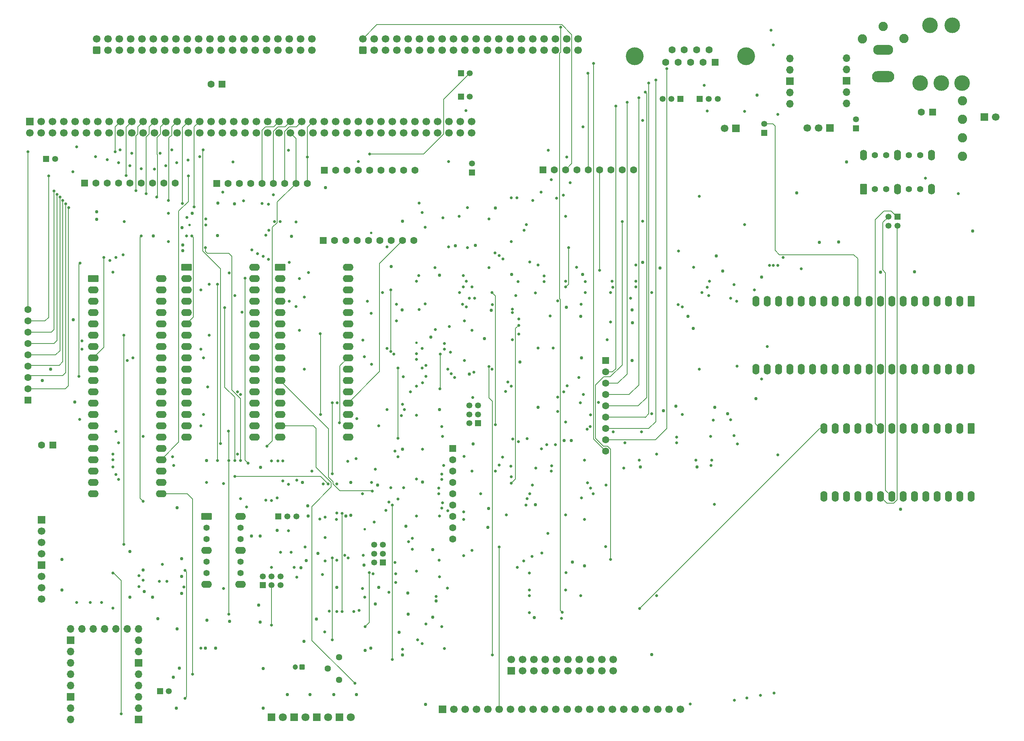
<source format=gbr>
%TF.GenerationSoftware,KiCad,Pcbnew,9.0.6*%
%TF.CreationDate,2025-11-23T22:39:12-08:00*%
%TF.ProjectId,SD-ZMB,53442d5a-4d42-42e6-9b69-6361645f7063,PR8.2*%
%TF.SameCoordinates,Original*%
%TF.FileFunction,Copper,L5,Inr*%
%TF.FilePolarity,Positive*%
%FSLAX46Y46*%
G04 Gerber Fmt 4.6, Leading zero omitted, Abs format (unit mm)*
G04 Created by KiCad (PCBNEW 9.0.6) date 2025-11-23 22:39:12*
%MOMM*%
%LPD*%
G01*
G04 APERTURE LIST*
G04 Aperture macros list*
%AMRoundRect*
0 Rectangle with rounded corners*
0 $1 Rounding radius*
0 $2 $3 $4 $5 $6 $7 $8 $9 X,Y pos of 4 corners*
0 Add a 4 corners polygon primitive as box body*
4,1,4,$2,$3,$4,$5,$6,$7,$8,$9,$2,$3,0*
0 Add four circle primitives for the rounded corners*
1,1,$1+$1,$2,$3*
1,1,$1+$1,$4,$5*
1,1,$1+$1,$6,$7*
1,1,$1+$1,$8,$9*
0 Add four rect primitives between the rounded corners*
20,1,$1+$1,$2,$3,$4,$5,0*
20,1,$1+$1,$4,$5,$6,$7,0*
20,1,$1+$1,$6,$7,$8,$9,0*
20,1,$1+$1,$8,$9,$2,$3,0*%
G04 Aperture macros list end*
%TA.AperFunction,ComponentPad*%
%ADD10RoundRect,0.250000X0.350000X0.350000X-0.350000X0.350000X-0.350000X-0.350000X0.350000X-0.350000X0*%
%TD*%
%TA.AperFunction,ComponentPad*%
%ADD11C,1.200000*%
%TD*%
%TA.AperFunction,ComponentPad*%
%ADD12R,1.600000X1.600000*%
%TD*%
%TA.AperFunction,ComponentPad*%
%ADD13C,1.600000*%
%TD*%
%TA.AperFunction,ComponentPad*%
%ADD14R,1.350000X1.350000*%
%TD*%
%TA.AperFunction,ComponentPad*%
%ADD15C,1.350000*%
%TD*%
%TA.AperFunction,ComponentPad*%
%ADD16RoundRect,0.250000X0.550000X-0.950000X0.550000X0.950000X-0.550000X0.950000X-0.550000X-0.950000X0*%
%TD*%
%TA.AperFunction,ComponentPad*%
%ADD17C,1.400000*%
%TD*%
%TA.AperFunction,ComponentPad*%
%ADD18O,1.600000X2.400000*%
%TD*%
%TA.AperFunction,ComponentPad*%
%ADD19R,1.700000X1.700000*%
%TD*%
%TA.AperFunction,ComponentPad*%
%ADD20C,1.700000*%
%TD*%
%TA.AperFunction,ComponentPad*%
%ADD21O,1.700000X1.700000*%
%TD*%
%TA.AperFunction,ComponentPad*%
%ADD22RoundRect,0.250000X-0.950000X-0.550000X0.950000X-0.550000X0.950000X0.550000X-0.950000X0.550000X0*%
%TD*%
%TA.AperFunction,ComponentPad*%
%ADD23O,2.400000X1.600000*%
%TD*%
%TA.AperFunction,ComponentPad*%
%ADD24C,4.000000*%
%TD*%
%TA.AperFunction,ComponentPad*%
%ADD25C,3.500000*%
%TD*%
%TA.AperFunction,ComponentPad*%
%ADD26R,1.800000X1.800000*%
%TD*%
%TA.AperFunction,ComponentPad*%
%ADD27C,1.800000*%
%TD*%
%TA.AperFunction,ComponentPad*%
%ADD28RoundRect,0.250000X0.550000X0.550000X-0.550000X0.550000X-0.550000X-0.550000X0.550000X-0.550000X0*%
%TD*%
%TA.AperFunction,ComponentPad*%
%ADD29RoundRect,0.250000X0.600000X-0.600000X0.600000X0.600000X-0.600000X0.600000X-0.600000X-0.600000X0*%
%TD*%
%TA.AperFunction,ComponentPad*%
%ADD30RoundRect,0.250000X-0.550000X0.950000X-0.550000X-0.950000X0.550000X-0.950000X0.550000X0.950000X0*%
%TD*%
%TA.AperFunction,ComponentPad*%
%ADD31O,5.000000X2.500000*%
%TD*%
%TA.AperFunction,ComponentPad*%
%ADD32O,4.500000X2.250000*%
%TD*%
%TA.AperFunction,ComponentPad*%
%ADD33C,1.440000*%
%TD*%
%TA.AperFunction,ViaPad*%
%ADD34C,0.762000*%
%TD*%
%TA.AperFunction,ViaPad*%
%ADD35C,2.082800*%
%TD*%
%TA.AperFunction,ViaPad*%
%ADD36C,0.635000*%
%TD*%
%TA.AperFunction,ViaPad*%
%ADD37C,0.558800*%
%TD*%
%TA.AperFunction,Conductor*%
%ADD38C,0.203200*%
%TD*%
G04 APERTURE END LIST*
D10*
%TO.N,+5V*%
%TO.C,C6*%
X156043600Y-240157000D03*
D11*
%TO.N,GND*%
X154543600Y-240157000D03*
%TD*%
D12*
%TO.N,+5V*%
%TO.C,RN4*%
X107315000Y-131650000D03*
D13*
%TO.N,BA16*%
X109855000Y-131650000D03*
%TO.N,BA17*%
X112395000Y-131650000D03*
%TO.N,BA18*%
X114935000Y-131650000D03*
%TO.N,BA19*%
X117475000Y-131650000D03*
%TO.N,BA20*%
X120015000Y-131650000D03*
%TO.N,BA21*%
X122555000Y-131650000D03*
%TO.N,BA22*%
X125095000Y-131650000D03*
%TO.N,BA23*%
X127635000Y-131650000D03*
%TD*%
D14*
%TO.N,/MainBoard-CPU_Decode/VPU2*%
%TO.C,OP1*%
X150780999Y-206375000D03*
D15*
%TO.N,/MainBoard-CPU_Decode/CLKhRST-*%
X152780999Y-206375000D03*
%TO.N,/MainBoard-CPU_Decode/CLKhRR-*%
X154780999Y-206375000D03*
%TD*%
D16*
%TO.N,+5V*%
%TO.C,U31*%
X281940000Y-132969000D03*
D17*
%TO.N,unconnected-(U31-NC2-Pad2)*%
X284480000Y-132969000D03*
%TO.N,unconnected-(U31-NC3-Pad3)*%
X287020000Y-132969000D03*
D18*
%TO.N,GND*%
X289560000Y-132969000D03*
D17*
%TO.N,unconnected-(U31-NC5-Pad5)*%
X292100000Y-132969000D03*
%TO.N,unconnected-(U31-NC6-Pad6)*%
X294640000Y-132969000D03*
D18*
%TO.N,GND*%
X297180000Y-132969000D03*
%TO.N,/ExpIFC-SIOCTC/CTC_CLK*%
X297180000Y-125349000D03*
D17*
%TO.N,unconnected-(U31-NC9-Pad9)*%
X294640000Y-125349000D03*
%TO.N,unconnected-(U31-NC10-Pad10)*%
X292100000Y-125349000D03*
D18*
%TO.N,/ExpIFC-SIOCTC/CTC_CLK*%
X289560000Y-125349000D03*
D17*
%TO.N,unconnected-(U31-NC12-Pad12)*%
X287020000Y-125349000D03*
%TO.N,unconnected-(U31-NC13-Pad13)*%
X284480000Y-125349000D03*
D18*
%TO.N,+5V*%
X281940000Y-125349000D03*
%TD*%
D19*
%TO.N,GND*%
%TO.C,J16*%
X274447000Y-119253000D03*
D20*
%TO.N,/ExpIFC-SIOCTC/CHB_RXD*%
X271907000Y-119253000D03*
%TO.N,/ExpIFC-SIOCTC/CHB_TXD*%
X269367001Y-119253000D03*
%TD*%
D21*
%TO.N,BRDRST-*%
%TO.C,M1*%
X265450000Y-103722000D03*
%TO.N,unconnected-(M1-3V3-Pad2)*%
X265450000Y-106262000D03*
D19*
%TO.N,unconnected-(M1-VIO-Pad3)_1*%
X265450000Y-108802000D03*
D21*
%TO.N,GND*%
X265450000Y-111342000D03*
%TO.N,unconnected-(M1-VBUS-Pad5)_1*%
X265450000Y-113882000D03*
%TO.N,unconnected-(M1-CB0-Pad6)_1*%
X278130000Y-113792000D03*
%TO.N,Net-(JP6-Pin_2)*%
X278130000Y-111252000D03*
D19*
%TO.N,unconnected-(M1-RTS-(O)-Pad8)*%
X278130000Y-108712000D03*
D21*
%TO.N,/ExpIFC-SIOCTC/CHB_TXD*%
X278130000Y-106172000D03*
%TO.N,unconnected-(M1-CTS-(I)-Pad10)*%
X278130000Y-103632000D03*
%TD*%
D22*
%TO.N,ZA11*%
%TO.C,U13*%
X109220000Y-153035000D03*
D23*
%TO.N,ZA12*%
X109220000Y-155575000D03*
%TO.N,ZA13*%
X109220000Y-158115000D03*
%TO.N,ZA14*%
X109220000Y-160655000D03*
%TO.N,ZA15*%
X109220000Y-163195000D03*
%TO.N,ZCLK*%
X109220000Y-165735000D03*
%TO.N,ZD4*%
X109220000Y-168275000D03*
%TO.N,ZD3*%
X109220000Y-170815000D03*
%TO.N,ZD5*%
X109220000Y-173355000D03*
%TO.N,ZD6*%
X109220000Y-175895000D03*
%TO.N,+5V*%
X109220000Y-178435000D03*
%TO.N,ZD2*%
X109220000Y-180975000D03*
%TO.N,ZD7*%
X109220000Y-183515000D03*
%TO.N,ZD0*%
X109220000Y-186055000D03*
%TO.N,ZD1*%
X109220000Y-188595000D03*
%TO.N,ZINT-*%
X109220000Y-191135000D03*
%TO.N,ZNMI-*%
X109220000Y-193675000D03*
%TO.N,ZHALT-*%
X109220000Y-196215000D03*
%TO.N,ZMREQ-*%
X109220000Y-198755000D03*
%TO.N,ZIORQ-*%
X109220000Y-201295000D03*
%TO.N,ZRD-*%
X124460000Y-201295000D03*
%TO.N,ZWR-*%
X124460000Y-198755000D03*
%TO.N,ZBSAK-*%
X124460000Y-196215000D03*
%TO.N,ZWAIT-*%
X124460000Y-193675000D03*
%TO.N,ZBREQ-*%
X124460000Y-191135000D03*
%TO.N,ZRST-*%
X124460000Y-188595000D03*
%TO.N,ZM1-*%
X124460000Y-186055000D03*
%TO.N,ZRFSH-*%
X124460000Y-183515000D03*
%TO.N,GND*%
X124460000Y-180975000D03*
%TO.N,ZA0*%
X124460000Y-178435000D03*
%TO.N,ZA1*%
X124460000Y-175895000D03*
%TO.N,ZA2*%
X124460000Y-173355000D03*
%TO.N,ZA3*%
X124460000Y-170815000D03*
%TO.N,ZA4*%
X124460000Y-168275000D03*
%TO.N,ZA5*%
X124460000Y-165735000D03*
%TO.N,ZA6*%
X124460000Y-163195000D03*
%TO.N,ZA7*%
X124460000Y-160655000D03*
%TO.N,ZA8*%
X124460000Y-158115000D03*
%TO.N,ZA9*%
X124460000Y-155575000D03*
%TO.N,ZA10*%
X124460000Y-153035000D03*
%TD*%
D19*
%TO.N,GND*%
%TO.C,J3*%
X253370000Y-119380000D03*
D20*
%TO.N,/ExpIFC-SIOCTC/CHA_DTR-*%
X250830000Y-119380000D03*
%TD*%
D12*
%TO.N,GND*%
%TO.C,RN1*%
X189865000Y-191135000D03*
D13*
%TO.N,/MainBoard-CPU_Decode/PDA16*%
X189865000Y-193675000D03*
%TO.N,/MainBoard-CPU_Decode/PDA17*%
X189865000Y-196215000D03*
%TO.N,/MainBoard-CPU_Decode/PDA18*%
X189865000Y-198755000D03*
%TO.N,/MainBoard-CPU_Decode/PDA20*%
X189865000Y-201295000D03*
%TO.N,/MainBoard-CPU_Decode/MHA21*%
X189865000Y-203835000D03*
%TO.N,/MainBoard-CPU_Decode/MHA22*%
X189865000Y-206375000D03*
%TO.N,/MainBoard-CPU_Decode/MHA23*%
X189865000Y-208915000D03*
%TO.N,unconnected-(RN1-R8-Pad9)*%
X189865000Y-211455000D03*
%TD*%
D24*
%TO.N,N/C*%
%TO.C,J18*%
X255690000Y-103155331D03*
X230690000Y-103155331D03*
D12*
%TO.N,unconnected-(J18-Pad1)*%
X248730000Y-104575331D03*
D13*
%TO.N,/ExpIFC-SIOCTC/C1_RXD*%
X245960000Y-104575331D03*
%TO.N,/ExpIFC-SIOCTC/C1_TXD*%
X243190000Y-104575331D03*
%TO.N,/ExpIFC-SIOCTC/C1_DTR*%
X240420000Y-104575331D03*
%TO.N,GND*%
X237650000Y-104575331D03*
%TO.N,/ExpIFC-SIOCTC/C1_DSR*%
X247345000Y-101735331D03*
%TO.N,/ExpIFC-SIOCTC/C1_RTR*%
X244575000Y-101735331D03*
%TO.N,/ExpIFC-SIOCTC/C1_CTS*%
X241805000Y-101735331D03*
%TO.N,unconnected-(J18-Pad9)*%
X239035000Y-101735331D03*
%TD*%
D14*
%TO.N,Net-(OP4-Pin_a1)*%
%TO.C,OP4*%
X147256999Y-221837000D03*
D15*
%TO.N,CLKf*%
X149256999Y-221837000D03*
%TO.N,CLKh*%
X151256999Y-221837000D03*
%TO.N,ZCLK*%
X147256999Y-219837000D03*
X149256999Y-219837000D03*
X151256999Y-219837000D03*
%TD*%
D25*
%TO.N,unconnected-(SW2-A-Pad1)*%
%TO.C,SW2*%
X294679000Y-109216000D03*
%TO.N,/ExpIFC-SIOCTC/+5IN*%
X299379000Y-109216000D03*
%TO.N,+5V*%
X304079000Y-109216000D03*
%TO.N,unconnected-(SW2-PadM1)*%
X296879000Y-96266000D03*
%TO.N,unconnected-(SW2-PadM2)*%
X301879000Y-96266000D03*
%TD*%
D26*
%TO.N,Net-(D2-K)*%
%TO.C,D2*%
X154305000Y-251460000D03*
D27*
%TO.N,Net-(D2-A)*%
X156845000Y-251460000D03*
%TD*%
D19*
%TO.N,+3.3V*%
%TO.C,J10*%
X97663000Y-207137000D03*
D20*
%TO.N,GND*%
X97663000Y-209677000D03*
%TO.N,/ExpIFC-SIOCTC/SCL0_RX*%
X97663000Y-212217000D03*
%TO.N,/ExpIFC-SIOCTC/SDA_TX*%
X97663000Y-214757000D03*
%TD*%
D12*
%TO.N,+5V*%
%TO.C,RN3*%
X224155000Y-171450000D03*
D13*
%TO.N,BA08*%
X224155000Y-173990000D03*
%TO.N,BA09*%
X224155000Y-176530000D03*
%TO.N,BA10*%
X224155000Y-179070000D03*
%TO.N,BA11*%
X224155000Y-181610000D03*
%TO.N,BA13*%
X224155000Y-184150000D03*
%TO.N,BA14*%
X224155000Y-186690000D03*
%TO.N,BA15*%
X224155000Y-189230000D03*
%TO.N,BA12*%
X224155000Y-191770000D03*
%TD*%
D12*
%TO.N,+5V*%
%TO.C,RN2*%
X94615000Y-180339999D03*
D13*
%TO.N,BA00*%
X94615000Y-177799999D03*
%TO.N,BA01*%
X94615000Y-175259999D03*
%TO.N,BA02*%
X94615000Y-172719999D03*
%TO.N,BA03*%
X94615000Y-170179999D03*
%TO.N,BA04*%
X94615000Y-167639999D03*
%TO.N,BA05*%
X94615000Y-165099999D03*
%TO.N,BA06*%
X94615000Y-162559999D03*
%TO.N,BA07*%
X94615000Y-160019999D03*
%TD*%
D28*
%TO.N,+5V*%
%TO.C,C3*%
X138153449Y-109466688D03*
D13*
%TO.N,GND*%
X135653449Y-109466688D03*
%TD*%
D28*
%TO.N,+5V*%
%TO.C,C4*%
X297473380Y-115697000D03*
D13*
%TO.N,GND*%
X294973380Y-115697000D03*
%TD*%
D14*
%TO.N,/ExpIFC-SIOCTC/C1_RTR*%
%TO.C,OP2*%
X240919000Y-112776000D03*
D15*
%TO.N,/ExpIFC-SIOCTC/HSOUT*%
X238919000Y-112776000D03*
%TO.N,/ExpIFC-SIOCTC/C1_DTR*%
X236919000Y-112776000D03*
%TD*%
D22*
%TO.N,/MainBoard-CPU_Decode/MHA18*%
%TO.C,U22*%
X151130000Y-150495000D03*
D23*
%TO.N,/MainBoard-CPU_Decode/MHA16*%
X151130000Y-153035000D03*
%TO.N,/MainBoard-CPU_Decode/MHA15*%
X151130000Y-155575000D03*
%TO.N,ZA12*%
X151130000Y-158115000D03*
%TO.N,ZA7*%
X151130000Y-160655000D03*
%TO.N,ZA6*%
X151130000Y-163195000D03*
%TO.N,ZA5*%
X151130000Y-165735000D03*
%TO.N,ZA4*%
X151130000Y-168275000D03*
%TO.N,ZA3*%
X151130000Y-170815000D03*
%TO.N,ZA2*%
X151130000Y-173355000D03*
%TO.N,ZA1*%
X151130000Y-175895000D03*
%TO.N,ZA0*%
X151130000Y-178435000D03*
%TO.N,ZD0*%
X151130000Y-180975000D03*
%TO.N,ZD1*%
X151130000Y-183515000D03*
%TO.N,ZD2*%
X151130000Y-186055000D03*
%TO.N,GND*%
X151130000Y-188595000D03*
%TO.N,ZD3*%
X166370000Y-188595000D03*
%TO.N,ZD4*%
X166370000Y-186055000D03*
%TO.N,ZD5*%
X166370000Y-183515000D03*
%TO.N,ZD6*%
X166370000Y-180975000D03*
%TO.N,ZD7*%
X166370000Y-178435000D03*
%TO.N,/MainBoard-CPU_Decode/LCLMEM-*%
X166370000Y-175895000D03*
%TO.N,ZA10*%
X166370000Y-173355000D03*
%TO.N,/MainBoard-CPU_Decode/FLASHRD-*%
X166370000Y-170815000D03*
%TO.N,ZA11*%
X166370000Y-168275000D03*
%TO.N,ZA9*%
X166370000Y-165735000D03*
%TO.N,ZA8*%
X166370000Y-163195000D03*
%TO.N,/MainBoard-CPU_Decode/MHA13*%
X166370000Y-160655000D03*
%TO.N,/MainBoard-CPU_Decode/MHA14*%
X166370000Y-158115000D03*
%TO.N,/MainBoard-CPU_Decode/MHA17*%
X166370000Y-155575000D03*
%TO.N,/MainBoard-CPU_Decode/FLASHWR-*%
X166370000Y-153035000D03*
%TO.N,+5V*%
X166370000Y-150495000D03*
%TD*%
D29*
%TO.N,ZCLK*%
%TO.C,J9*%
X169678501Y-101805501D03*
D20*
%TO.N,ZINT-*%
X169678501Y-99265501D03*
%TO.N,BMREQ-*%
X172218501Y-101805501D03*
%TO.N,BWR-*%
X172218501Y-99265501D03*
%TO.N,BRD-*%
X174758500Y-101805501D03*
%TO.N,BIORQ-*%
X174758501Y-99265501D03*
%TO.N,BD0*%
X177298501Y-101805501D03*
%TO.N,BD1*%
X177298501Y-99265501D03*
%TO.N,BD2*%
X179838501Y-101805501D03*
%TO.N,BD3*%
X179838501Y-99265501D03*
%TO.N,BD4*%
X182378501Y-101805501D03*
%TO.N,BD5*%
X182378501Y-99265501D03*
%TO.N,BD6*%
X184918501Y-101805501D03*
%TO.N,BD7*%
X184918501Y-99265501D03*
%TO.N,/ExpIFC-SIOCTC/TXD_A*%
X187458502Y-101805501D03*
%TO.N,/ExpIFC-SIOCTC/RXD_A*%
X187458501Y-99265501D03*
%TO.N,/ExpIFC-SIOCTC/ExIRQ1-*%
X189998501Y-101805501D03*
%TO.N,/ExpIFC-SIOCTC/bpIEI*%
X189998501Y-99265501D03*
%TO.N,bpIEO*%
X192538501Y-101805501D03*
%TO.N,CRSTRQ-*%
X192538501Y-99265501D03*
%TO.N,/ExpIFC-SIOCTC/IOCLK*%
X195078501Y-101805501D03*
%TO.N,ZBSAK-*%
X195078501Y-99265501D03*
%TO.N,ZHALT-*%
X197618500Y-101805501D03*
%TO.N,ZBREQ-*%
X197618501Y-99265501D03*
%TO.N,ZWAIT-*%
X200158501Y-101805501D03*
%TO.N,NMIREQ-*%
X200158501Y-99265501D03*
%TO.N,/ExpIFC-SIOCTC/NC_D08*%
X202698501Y-101805501D03*
%TO.N,/ExpIFC-SIOCTC/NC_D09*%
X202698501Y-99265501D03*
%TO.N,/ExpIFC-SIOCTC/NC_D10*%
X205238501Y-101805501D03*
%TO.N,/ExpIFC-SIOCTC/NC_D11*%
X205238501Y-99265501D03*
%TO.N,/ExpIFC-SIOCTC/NC_D12*%
X207778500Y-101805501D03*
%TO.N,/ExpIFC-SIOCTC/NC_D13*%
X207778501Y-99265501D03*
%TO.N,/ExpIFC-SIOCTC/NC_D14*%
X210318502Y-101805501D03*
%TO.N,/ExpIFC-SIOCTC/NC_D15*%
X210318501Y-99265501D03*
%TO.N,/ExpIFC-SIOCTC/TXD_B*%
X212858501Y-101805501D03*
%TO.N,/ExpIFC-SIOCTC/RXD_B*%
X212858501Y-99265501D03*
%TO.N,/ExpIFC-SIOCTC/ExIRQ2-*%
X215398501Y-101805501D03*
%TO.N,/ExpIFC-SIOCTC/USR6*%
X215398501Y-99265501D03*
%TO.N,/ExpIFC-SIOCTC/USR7*%
X217938501Y-101805501D03*
%TO.N,/ExpIFC-SIOCTC/USR8*%
X217938501Y-99265501D03*
%TD*%
D14*
%TO.N,GND*%
%TO.C,OP8*%
X259715000Y-120380000D03*
D15*
%TO.N,/ExpIFC-SIOCTC/CNSLSELB-*%
X259715000Y-118380000D03*
%TD*%
D30*
%TO.N,ZD1*%
%TO.C,U35*%
X306070000Y-158115000D03*
D18*
%TO.N,ZD3*%
X303530000Y-158115000D03*
%TO.N,ZD5*%
X300990000Y-158115000D03*
%TO.N,ZD7*%
X298450000Y-158115000D03*
%TO.N,ZINT-*%
X295910000Y-158115000D03*
%TO.N,Net-(U35-IEI)*%
X293370000Y-158115000D03*
%TO.N,/ExpIFC-SIOCTC/SIOIEO*%
X290830000Y-158115000D03*
%TO.N,ZM1-*%
X288290000Y-158115000D03*
%TO.N,+5V*%
X285750000Y-158115000D03*
%TO.N,unconnected-(U35-~{W{slash}RDYA}-Pad10)*%
X283210000Y-158115000D03*
%TO.N,/ExpIFC-SIOCTC/CNSLSELB-*%
X280670000Y-158115000D03*
%TO.N,/ExpIFC-SIOCTC/CHA_RXD*%
X278130000Y-158115000D03*
%TO.N,/ExpIFC-SIOCTC/CHA_CLK*%
X275590000Y-158115000D03*
X273050000Y-158115000D03*
%TO.N,/ExpIFC-SIOCTC/CHA_TXD*%
X270510000Y-158115000D03*
%TO.N,Net-(U35-~{DTRA})*%
X267970000Y-158115000D03*
%TO.N,/ExpIFC-SIOCTC/CHA_RTR-*%
X265430000Y-158115000D03*
%TO.N,/ExpIFC-SIOCTC/CHA_CTS-*%
X262890000Y-158115000D03*
%TO.N,/ExpIFC-SIOCTC/ExIRQ1-*%
X260350000Y-158115000D03*
%TO.N,/ExpIFC-SIOCTC/IOCLK*%
X257810000Y-158115000D03*
%TO.N,BRDRST-*%
X257810000Y-173355000D03*
%TO.N,/ExpIFC-SIOCTC/ExIRQ2-*%
X260350000Y-173355000D03*
%TO.N,/ExpIFC-SIOCTC/MODIRQ-*%
X262890000Y-173355000D03*
%TO.N,Net-(U35-~{RTSB})*%
X265430000Y-173355000D03*
%TO.N,Net-(U35-~{DTRB})*%
X267970000Y-173355000D03*
%TO.N,Net-(U35-TxDB)*%
X270510000Y-173355000D03*
%TO.N,/ExpIFC-SIOCTC/CHB_CLK*%
X273050000Y-173355000D03*
X275590000Y-173355000D03*
%TO.N,Net-(U35-RxDB)*%
X278130000Y-173355000D03*
%TO.N,unconnected-(U35-~{W{slash}RDYB}-Pad30)*%
X280670000Y-173355000D03*
%TO.N,GND*%
X283210000Y-173355000D03*
%TO.N,ZRD-*%
X285750000Y-173355000D03*
%TO.N,ZA0*%
X288290000Y-173355000D03*
%TO.N,ZA1*%
X290830000Y-173355000D03*
%TO.N,SIO_SEL-*%
X293370000Y-173355000D03*
%TO.N,ZIORQ-*%
X295910000Y-173355000D03*
%TO.N,ZD6*%
X298450000Y-173355000D03*
%TO.N,ZD4*%
X300990000Y-173355000D03*
%TO.N,ZD2*%
X303530000Y-173355000D03*
%TO.N,ZD0*%
X306070000Y-173355000D03*
%TD*%
D14*
%TO.N,/ExpIFC-SIOCTC/C1_CTS*%
%TO.C,OP3*%
X245269000Y-112776000D03*
D15*
%TO.N,/ExpIFC-SIOCTC/HSIN*%
X247269000Y-112776000D03*
%TO.N,/ExpIFC-SIOCTC/C1_DSR*%
X249269000Y-112776000D03*
%TD*%
D31*
%TO.N,/ExpIFC-SIOCTC/+5IN*%
%TO.C,J4*%
X286385000Y-107727000D03*
D32*
%TO.N,GND*%
X286385000Y-101727000D03*
%TD*%
D19*
%TO.N,GND*%
%TO.C,J17*%
X202946000Y-241051000D03*
D20*
%TO.N,+5V*%
X202946000Y-238511000D03*
%TO.N,/ExpIFC-SIOCTC/CONV0*%
X205486000Y-241051000D03*
%TO.N,ZWR-*%
X205486000Y-238511000D03*
%TO.N,ZRD-*%
X208026000Y-241051000D03*
%TO.N,DISPSEL-*%
X208026000Y-238511000D03*
%TO.N,ZA0*%
X210566000Y-241051000D03*
%TO.N,BRDRST-*%
X210566000Y-238511000D03*
%TO.N,ZD0*%
X213106000Y-241051000D03*
%TO.N,ZD1*%
X213106000Y-238511000D03*
%TO.N,ZD2*%
X215646000Y-241051000D03*
%TO.N,ZD3*%
X215646000Y-238511000D03*
%TO.N,ZD4*%
X218186000Y-241051000D03*
%TO.N,ZD5*%
X218186000Y-238511000D03*
%TO.N,ZD6*%
X220726000Y-241051000D03*
%TO.N,ZD7*%
X220726000Y-238511000D03*
%TO.N,/ExpIFC-SIOCTC/FONT1*%
X223266000Y-241051000D03*
%TO.N,/ExpIFC-SIOCTC/CONPWR*%
X223266000Y-238511000D03*
%TO.N,/ExpIFC-SIOCTC/BLPWR*%
X225806000Y-241051000D03*
%TO.N,GND*%
X225806000Y-238511000D03*
%TD*%
D14*
%TO.N,/ExpIFC-SIOCTC/BAI0*%
%TO.C,JP3*%
X98690000Y-126250000D03*
D15*
%TO.N,/ExpIFC-SIOCTC/BAO0*%
X100690000Y-126250000D03*
%TD*%
D14*
%TO.N,/ExpIFC-SIOCTC/bpIEI*%
%TO.C,JP2*%
X191690000Y-107000000D03*
D15*
%TO.N,bpIEO*%
X193690000Y-107000000D03*
%TD*%
D14*
%TO.N,ZCLK*%
%TO.C,OP6*%
X174212000Y-216757000D03*
D15*
%TO.N,CLKf*%
X174212000Y-214757000D03*
%TO.N,CLKh*%
X174212000Y-212757000D03*
%TO.N,/ExpIFC-SIOCTC/IOCLK*%
X172212000Y-216757000D03*
X172212000Y-214757000D03*
X172212000Y-212757000D03*
%TD*%
D14*
%TO.N,/ExpIFC-SIOCTC/LCLIA-*%
%TO.C,JP4*%
X191690000Y-112250000D03*
D15*
%TO.N,/ExpIFC-SIOCTC/B0IEO*%
X193690000Y-112250000D03*
%TD*%
D21*
%TO.N,/ExpIFC-SIOCTC/SDA_TX*%
%TO.C,U45*%
X104140000Y-251968000D03*
%TO.N,/ExpIFC-SIOCTC/SCL0_RX*%
X104140000Y-249428000D03*
D19*
%TO.N,/ExpIFC-SIOCTC/V3D0*%
X104140000Y-246888000D03*
D21*
%TO.N,/ExpIFC-SIOCTC/V3D1*%
X104140000Y-244348000D03*
%TO.N,/ExpIFC-SIOCTC/V3D2*%
X104140000Y-241808000D03*
%TO.N,/ExpIFC-SIOCTC/V3D3*%
X104140000Y-239268000D03*
%TO.N,/ExpIFC-SIOCTC/V3D4*%
X104140000Y-236728000D03*
D19*
%TO.N,/ExpIFC-SIOCTC/V3D5*%
X104140000Y-234188000D03*
D21*
%TO.N,/ExpIFC-SIOCTC/V3D6*%
X104140000Y-231648000D03*
%TO.N,/ExpIFC-SIOCTC/V3D7*%
X106680000Y-231648000D03*
%TO.N,/ExpIFC-SIOCTC/MA0*%
X109220000Y-231648001D03*
%TO.N,/ExpIFC-SIOCTC/MRD-*%
X111760000Y-231647999D03*
%TO.N,/ExpIFC-SIOCTC/MWR-*%
X114300000Y-231648000D03*
%TO.N,/ExpIFC-SIOCTC/MSEL-*%
X116840000Y-231648000D03*
%TO.N,/ExpIFC-SIOCTC/WAITRQ-*%
X119380000Y-231648000D03*
%TO.N,/ExpIFC-SIOCTC/INTRQ*%
X119380000Y-234188000D03*
%TO.N,/ExpIFC-SIOCTC/SPICK*%
X119380000Y-236728000D03*
D19*
%TO.N,/ExpIFC-SIOCTC/SPIMO*%
X119380000Y-239268000D03*
D21*
%TO.N,/ExpIFC-SIOCTC/SPIMI*%
X119380000Y-241808000D03*
%TO.N,/ExpIFC-SIOCTC/SDCS-*%
X119380000Y-244348000D03*
%TO.N,+3.3V*%
X119380000Y-246888000D03*
%TO.N,GND*%
X119380000Y-249428000D03*
D19*
%TO.N,/ExpIFC-SIOCTC/UHPWR5*%
X119380000Y-251968000D03*
%TD*%
D14*
%TO.N,/ExpIFC-SIOCTC/CHB_RXD*%
%TO.C,JP6*%
X280247869Y-119363742D03*
D15*
%TO.N,Net-(JP6-Pin_2)*%
X280247869Y-117363742D03*
%TD*%
D19*
%TO.N,GND*%
%TO.C,J1*%
X309113000Y-116839999D03*
D20*
%TO.N,Net-(J1-Pin_2)*%
X311653000Y-116839999D03*
%TD*%
D30*
%TO.N,ZD4*%
%TO.C,U33*%
X306070000Y-186690000D03*
D18*
%TO.N,ZD5*%
X303530000Y-186690000D03*
%TO.N,ZD6*%
X300990000Y-186690000D03*
%TO.N,ZD7*%
X298450000Y-186690000D03*
%TO.N,GND*%
X295910000Y-186690000D03*
%TO.N,ZRD-*%
X293370000Y-186690000D03*
%TO.N,/ExpIFC-SIOCTC/CHA_CLK*%
X290830000Y-186690000D03*
%TO.N,/ExpIFC-SIOCTC/CHB_CLK*%
X288290000Y-186690000D03*
%TO.N,/ExpIFC-SIOCTC/CTC2_OUT*%
X285750000Y-186690000D03*
%TO.N,ZIORQ-*%
X283210000Y-186690000D03*
%TO.N,/ExpIFC-SIOCTC/CTCIEO*%
X280670000Y-186690000D03*
%TO.N,ZINT-*%
X278130000Y-186690000D03*
%TO.N,/ExpIFC-SIOCTC/SIOIEO*%
X275590000Y-186690000D03*
%TO.N,ZM1-*%
X273050000Y-186690000D03*
%TO.N,/ExpIFC-SIOCTC/IOCLK*%
X273050000Y-201930000D03*
%TO.N,CTC_SEL-*%
X275590000Y-201930000D03*
%TO.N,BRDRST-*%
X278130000Y-201930000D03*
%TO.N,ZA0*%
X280670000Y-201930000D03*
%TO.N,ZA1*%
X283210000Y-201930000D03*
%TO.N,/ExpIFC-SIOCTC/CTC3_CLK*%
X285750000Y-201930000D03*
%TO.N,/ExpIFC-SIOCTC/CTC_CLK*%
X288290000Y-201930000D03*
X290830000Y-201930000D03*
X293370000Y-201930000D03*
%TO.N,+5V*%
X295910000Y-201930000D03*
%TO.N,ZD0*%
X298450000Y-201930000D03*
%TO.N,ZD1*%
X300990000Y-201930000D03*
%TO.N,ZD2*%
X303530000Y-201930000D03*
%TO.N,ZD3*%
X306070000Y-201930000D03*
%TD*%
D19*
%TO.N,GND*%
%TO.C,M2*%
X187565000Y-249660000D03*
D20*
X190105000Y-249660000D03*
%TO.N,+5V*%
X192645000Y-249660000D03*
%TO.N,/ExpIFC-SIOCTC/CONV0*%
X195185000Y-249660000D03*
%TO.N,ZWR-*%
X197725000Y-249660000D03*
%TO.N,ZRD-*%
X200265000Y-249660000D03*
%TO.N,DISPSEL-*%
X202805000Y-249660000D03*
%TO.N,ZA0*%
X205345000Y-249660000D03*
%TO.N,BRDRST-*%
X207885000Y-249660000D03*
%TO.N,ZD0*%
X210425000Y-249660000D03*
%TO.N,ZD1*%
X212965000Y-249660000D03*
%TO.N,ZD2*%
X215505000Y-249660000D03*
%TO.N,ZD3*%
X218045000Y-249660000D03*
%TO.N,ZD4*%
X220585000Y-249660000D03*
%TO.N,ZD5*%
X223125000Y-249660000D03*
%TO.N,ZD6*%
X225665000Y-249660000D03*
%TO.N,ZD7*%
X228205000Y-249660000D03*
%TO.N,/ExpIFC-SIOCTC/FONT1*%
X230745000Y-249660000D03*
%TO.N,/ExpIFC-SIOCTC/CONPWR*%
X233285000Y-249660000D03*
%TO.N,/ExpIFC-SIOCTC/BLPWR*%
X235825000Y-249660000D03*
%TO.N,GND*%
X238365000Y-249660000D03*
%TO.N,unconnected-(M2-NC-Pad22)*%
X240905000Y-249660000D03*
%TD*%
D26*
%TO.N,Net-(D4-K)*%
%TO.C,D4*%
X164465000Y-251460000D03*
D27*
%TO.N,Net-(D4-A)*%
X167005000Y-251460000D03*
%TD*%
D22*
%TO.N,/MainBoard-CPU_Decode/MHA18*%
%TO.C,U21*%
X130175000Y-150495000D03*
D23*
%TO.N,/MainBoard-CPU_Decode/MHA16*%
X130175000Y-153035000D03*
%TO.N,/MainBoard-CPU_Decode/MHA14*%
X130175000Y-155575000D03*
%TO.N,ZA12*%
X130175000Y-158115000D03*
%TO.N,ZA7*%
X130175000Y-160655000D03*
%TO.N,ZA6*%
X130175000Y-163195000D03*
%TO.N,ZA5*%
X130175000Y-165735000D03*
%TO.N,ZA4*%
X130175000Y-168275000D03*
%TO.N,ZA3*%
X130175000Y-170815000D03*
%TO.N,ZA2*%
X130175000Y-173355000D03*
%TO.N,ZA1*%
X130175000Y-175895000D03*
%TO.N,ZA0*%
X130175000Y-178435000D03*
%TO.N,ZD0*%
X130175000Y-180975000D03*
%TO.N,ZD1*%
X130175000Y-183515000D03*
%TO.N,ZD2*%
X130175000Y-186055000D03*
%TO.N,GND*%
X130175000Y-188595000D03*
%TO.N,ZD3*%
X145415000Y-188595000D03*
%TO.N,ZD4*%
X145415000Y-186055000D03*
%TO.N,ZD5*%
X145415000Y-183515000D03*
%TO.N,ZD6*%
X145415000Y-180975000D03*
%TO.N,ZD7*%
X145415000Y-178435000D03*
%TO.N,/MainBoard-CPU_Decode/LCLMEM-*%
X145415000Y-175895000D03*
%TO.N,ZA10*%
X145415000Y-173355000D03*
%TO.N,/MainBoard-CPU_Decode/SRAMRD-*%
X145415000Y-170815000D03*
%TO.N,ZA11*%
X145415000Y-168275000D03*
%TO.N,ZA9*%
X145415000Y-165735000D03*
%TO.N,ZA8*%
X145415000Y-163195000D03*
%TO.N,/MainBoard-CPU_Decode/MHA13*%
X145415000Y-160655000D03*
%TO.N,/MainBoard-CPU_Decode/SRAMWR-*%
X145415000Y-158115000D03*
%TO.N,/MainBoard-CPU_Decode/MHA17*%
X145415000Y-155575000D03*
%TO.N,/MainBoard-CPU_Decode/MHA15*%
X145415000Y-153035000D03*
%TO.N,+5V*%
X145415000Y-150495000D03*
%TD*%
D12*
%TO.N,+5V*%
%TO.C,RN5*%
X160782000Y-144526000D03*
D13*
%TO.N,ZD0*%
X163322000Y-144526000D03*
%TO.N,ZD1*%
X165862000Y-144526000D03*
%TO.N,ZD2*%
X168402000Y-144526000D03*
%TO.N,ZD3*%
X170942000Y-144526000D03*
%TO.N,ZD4*%
X173482000Y-144526000D03*
%TO.N,ZD5*%
X176022000Y-144526000D03*
%TO.N,ZD6*%
X178562000Y-144526000D03*
%TO.N,ZD7*%
X181102000Y-144526000D03*
%TD*%
D14*
%TO.N,/ExpIFC-SIOCTC/USR8J*%
%TO.C,JP1*%
X194190000Y-129250000D03*
D15*
%TO.N,/ExpIFC-SIOCTC/USR8*%
X194190000Y-127250000D03*
%TD*%
D29*
%TO.N,BA15*%
%TO.C,J8*%
X109988501Y-101805501D03*
D20*
%TO.N,BA14*%
X109988501Y-99265501D03*
%TO.N,BA13*%
X112528501Y-101805501D03*
%TO.N,BA12*%
X112528501Y-99265501D03*
%TO.N,BA11*%
X115068500Y-101805501D03*
%TO.N,BA10*%
X115068501Y-99265501D03*
%TO.N,BA09*%
X117608501Y-101805501D03*
%TO.N,BA08*%
X117608501Y-99265501D03*
%TO.N,BA07*%
X120148501Y-101805501D03*
%TO.N,BA06*%
X120148501Y-99265501D03*
%TO.N,BA05*%
X122688501Y-101805501D03*
%TO.N,BA04*%
X122688501Y-99265501D03*
%TO.N,BA03*%
X125228501Y-101805501D03*
%TO.N,BA02*%
X125228501Y-99265501D03*
%TO.N,BA01*%
X127768502Y-101805501D03*
%TO.N,BA00*%
X127768501Y-99265501D03*
%TO.N,GND*%
X130308501Y-101805501D03*
%TO.N,+5V*%
X130308501Y-99265501D03*
%TO.N,ZM1-*%
X132848501Y-101805501D03*
%TO.N,BRDRST-*%
X132848501Y-99265501D03*
%TO.N,/ExpIFC-SIOCTC/CSTM41*%
X135388501Y-101805501D03*
%TO.N,/ExpIFC-SIOCTC/BAO0*%
X135388501Y-99265501D03*
%TO.N,/ExpIFC-SIOCTC/BAObp*%
X137928500Y-101805501D03*
%TO.N,/ExpIFC-SIOCTC/CSTM44*%
X137928501Y-99265501D03*
%TO.N,/ExpIFC-SIOCTC/CSTM45*%
X140468501Y-101805501D03*
%TO.N,/ExpIFC-SIOCTC/CSTM46*%
X140468501Y-99265501D03*
%TO.N,/ExpIFC-SIOCTC/CSTM47*%
X143008501Y-101805501D03*
%TO.N,/ExpIFC-SIOCTC/CSTM48*%
X143008501Y-99265501D03*
%TO.N,BA23*%
X145548501Y-101805501D03*
%TO.N,BA22*%
X145548501Y-99265501D03*
%TO.N,BA21*%
X148088500Y-101805501D03*
%TO.N,BA20*%
X148088501Y-99265501D03*
%TO.N,BA19*%
X150628502Y-101805501D03*
%TO.N,BA18*%
X150628501Y-99265501D03*
%TO.N,BA17*%
X153168501Y-101805501D03*
%TO.N,BA16*%
X153168501Y-99265501D03*
%TO.N,GND*%
X155708501Y-101805501D03*
%TO.N,+5V*%
X155708501Y-99265501D03*
%TO.N,ZRFSH-*%
X158248501Y-101805501D03*
%TO.N,RCBPAGE*%
X158248501Y-99265501D03*
%TD*%
D14*
%TO.N,Net-(D6-A)*%
%TO.C,JP5*%
X124222000Y-245618000D03*
D15*
%TO.N,+5V*%
X126222000Y-245618000D03*
%TD*%
D26*
%TO.N,Net-(D3-K)*%
%TO.C,D3*%
X159385000Y-251460000D03*
D27*
%TO.N,Net-(D3-A)*%
X161925000Y-251460000D03*
%TD*%
D12*
%TO.N,+5V*%
%TO.C,RN7*%
X210058000Y-128651000D03*
D13*
%TO.N,CRSTRQ-*%
X212598000Y-128651000D03*
%TO.N,ZINT-*%
X215138000Y-128651000D03*
%TO.N,NMIREQ-*%
X217678000Y-128651000D03*
%TO.N,ZWAIT-*%
X220218000Y-128651000D03*
%TO.N,ZRD-*%
X222758000Y-128651000D03*
%TO.N,ZWR-*%
X225298000Y-128651000D03*
%TO.N,ZMREQ-*%
X227838000Y-128651000D03*
%TO.N,ZIORQ-*%
X230378000Y-128651000D03*
%TD*%
D14*
%TO.N,/ExpIFC-SIOCTC/CTC2_OUT*%
%TO.C,OP7*%
X289560000Y-139192000D03*
D15*
%TO.N,/ExpIFC-SIOCTC/CTC_CLK*%
X287560000Y-139192000D03*
%TO.N,/ExpIFC-SIOCTC/CTC3_CLK*%
X289560000Y-141192000D03*
X287560000Y-141192000D03*
%TD*%
D12*
%TO.N,+5V*%
%TO.C,RN6*%
X136906000Y-131699000D03*
D13*
%TO.N,/MainBoard-CPU_Decode/VPU1N*%
X139446000Y-131699000D03*
%TO.N,/MainBoard-CPU_Decode/VPU2N*%
X141986000Y-131699000D03*
%TO.N,/MainBoard-CPU_Decode/VPU3N*%
X144526000Y-131699000D03*
%TO.N,BMREQ-*%
X147066000Y-131699000D03*
%TO.N,BWR-*%
X149606000Y-131699000D03*
%TO.N,BRD-*%
X152146000Y-131699000D03*
%TO.N,ZBREQ-*%
X154686000Y-131699000D03*
%TO.N,BIORQ-*%
X157226000Y-131699000D03*
%TD*%
D19*
%TO.N,unconnected-(J14-Pin_1-Pad1)*%
%TO.C,J14*%
X97663000Y-217297000D03*
D20*
%TO.N,unconnected-(J14-Pin_2-Pad2)*%
X97663000Y-219837000D03*
%TO.N,unconnected-(J14-Pin_3-Pad3)*%
X97663000Y-222377000D03*
%TO.N,unconnected-(J14-Pin_4-Pad4)*%
X97663000Y-224917000D03*
%TD*%
D19*
%TO.N,BA15*%
%TO.C,J12*%
X94996000Y-117856000D03*
D20*
%TO.N,BA14*%
X97536000Y-117856000D03*
%TO.N,BA13*%
X100076000Y-117856000D03*
%TO.N,BA12*%
X102616000Y-117856000D03*
%TO.N,BA11*%
X105156000Y-117856000D03*
%TO.N,BA10*%
X107696000Y-117856000D03*
%TO.N,BA09*%
X110236000Y-117856000D03*
%TO.N,BA08*%
X112776000Y-117856000D03*
%TO.N,BA07*%
X115316000Y-117856000D03*
%TO.N,BA06*%
X117856000Y-117856000D03*
%TO.N,BA05*%
X120396000Y-117856000D03*
%TO.N,BA04*%
X122936000Y-117856000D03*
%TO.N,BA03*%
X125476000Y-117856000D03*
%TO.N,BA02*%
X128016000Y-117856000D03*
%TO.N,BA01*%
X130556000Y-117856000D03*
%TO.N,BA00*%
X133096000Y-117856000D03*
%TO.N,GND*%
X135636000Y-117856000D03*
%TO.N,+5V*%
X138176000Y-117856000D03*
%TO.N,ZM1-*%
X140716000Y-117856000D03*
%TO.N,BRDRST-*%
X143256000Y-117856000D03*
%TO.N,ZCLK*%
X145796000Y-117856000D03*
%TO.N,ZINT-*%
X148336000Y-117856000D03*
%TO.N,BMREQ-*%
X150876000Y-117856000D03*
%TO.N,BWR-*%
X153416000Y-117856000D03*
%TO.N,BRD-*%
X155956000Y-117856000D03*
%TO.N,BIORQ-*%
X158496000Y-117856000D03*
%TO.N,BD0*%
X161036000Y-117856000D03*
%TO.N,BD1*%
X163576000Y-117856000D03*
%TO.N,BD2*%
X166116000Y-117856000D03*
%TO.N,BD3*%
X168656000Y-117856000D03*
%TO.N,BD4*%
X171196000Y-117856000D03*
%TO.N,BD5*%
X173736000Y-117856000D03*
%TO.N,BD6*%
X176276000Y-117856000D03*
%TO.N,BD7*%
X178816000Y-117856000D03*
%TO.N,/ExpIFC-SIOCTC/TXD_A*%
X181356000Y-117856000D03*
%TO.N,/ExpIFC-SIOCTC/RXD_A*%
X183896000Y-117856000D03*
%TO.N,/ExpIFC-SIOCTC/ExIRQ1-*%
X186436000Y-117856000D03*
%TO.N,/ExpIFC-SIOCTC/LCLIA-*%
X188976000Y-117856000D03*
%TO.N,/ExpIFC-SIOCTC/B0IEO*%
X191516000Y-117856000D03*
%TO.N,CRSTRQ-*%
X194056000Y-117856000D03*
%TO.N,/ExpIFC-SIOCTC/CSTM41*%
X94996000Y-120396000D03*
%TO.N,/ExpIFC-SIOCTC/BAI0*%
X97536000Y-120396000D03*
%TO.N,/ExpIFC-SIOCTC/BAO0*%
X100076000Y-120396000D03*
%TO.N,/ExpIFC-SIOCTC/CSTM44*%
X102616000Y-120396000D03*
%TO.N,/ExpIFC-SIOCTC/CSTM45*%
X105156000Y-120396000D03*
%TO.N,/ExpIFC-SIOCTC/CSTM46*%
X107696000Y-120396000D03*
%TO.N,/ExpIFC-SIOCTC/CSTM47*%
X110236000Y-120396000D03*
%TO.N,/ExpIFC-SIOCTC/CSTM48*%
X112776000Y-120396000D03*
%TO.N,BA23*%
X115316000Y-120396000D03*
%TO.N,BA22*%
X117856000Y-120396000D03*
%TO.N,BA21*%
X120396000Y-120396000D03*
%TO.N,BA20*%
X122936000Y-120396000D03*
%TO.N,BA19*%
X125476000Y-120396000D03*
%TO.N,BA18*%
X128016000Y-120396000D03*
%TO.N,BA17*%
X130556000Y-120396000D03*
%TO.N,BA16*%
X133096000Y-120396000D03*
%TO.N,GND*%
X135636000Y-120396000D03*
%TO.N,+5V*%
X138176000Y-120396000D03*
%TO.N,ZRFSH-*%
X140716000Y-120396000D03*
%TO.N,RCBPAGE*%
X143256000Y-120396000D03*
%TO.N,/ExpIFC-SIOCTC/IOCLK*%
X145796000Y-120396000D03*
%TO.N,ZBSAK-*%
X148336000Y-120396000D03*
%TO.N,ZHALT-*%
X150876000Y-120396000D03*
%TO.N,ZBREQ-*%
X153416000Y-120396000D03*
%TO.N,ZWAIT-*%
X155956000Y-120396000D03*
%TO.N,NMIREQ-*%
X158496000Y-120396000D03*
%TO.N,/ExpIFC-SIOCTC/NC_D08*%
X161036000Y-120396000D03*
%TO.N,/ExpIFC-SIOCTC/NC_D09*%
X163576000Y-120396000D03*
%TO.N,/ExpIFC-SIOCTC/NC_D10*%
X166116000Y-120396000D03*
%TO.N,/ExpIFC-SIOCTC/NC_D11*%
X168656000Y-120396000D03*
%TO.N,/ExpIFC-SIOCTC/NC_D12*%
X171196000Y-120396000D03*
%TO.N,/ExpIFC-SIOCTC/NC_D13*%
X173736000Y-120396000D03*
%TO.N,/ExpIFC-SIOCTC/NC_D14*%
X176276000Y-120396000D03*
%TO.N,/ExpIFC-SIOCTC/NC_D15*%
X178816000Y-120396000D03*
%TO.N,/ExpIFC-SIOCTC/TXD_B*%
X181356000Y-120396000D03*
%TO.N,/ExpIFC-SIOCTC/RXD_B*%
X183896000Y-120396000D03*
%TO.N,/ExpIFC-SIOCTC/ExIRQ2-*%
X186436000Y-120396000D03*
%TO.N,/ExpIFC-SIOCTC/USR6*%
X188976000Y-120396000D03*
%TO.N,/ExpIFC-SIOCTC/USR7*%
X191516000Y-120396000D03*
%TO.N,/ExpIFC-SIOCTC/USR8*%
X194056000Y-120396000D03*
%TD*%
D14*
%TO.N,/MainBoard-CPU_Decode/VPU1*%
%TO.C,OP5*%
X195548000Y-185515000D03*
D15*
%TO.N,ZA15*%
X195548000Y-183515000D03*
%TO.N,GND*%
X195548000Y-181515000D03*
%TO.N,/MainBoard-CPU_Decode/RA55RO*%
X193548000Y-185515000D03*
X193548000Y-183515000D03*
X193548000Y-181515000D03*
%TD*%
D26*
%TO.N,Net-(D1-K)*%
%TO.C,D1*%
X149225000Y-251460000D03*
D27*
%TO.N,Net-(D1-A)*%
X151765000Y-251460000D03*
%TD*%
D33*
%TO.N,Net-(R29-Pad1)*%
%TO.C,RV1*%
X164405000Y-237998000D03*
%TO.N,/ExpIFC-SIOCTC/CONV0*%
X161865000Y-240538000D03*
%TO.N,Net-(R20-Pad2)*%
X164405000Y-243078000D03*
%TD*%
D12*
%TO.N,+5V*%
%TO.C,RN8*%
X161036000Y-128778000D03*
D13*
%TO.N,BD0*%
X163576000Y-128778000D03*
%TO.N,BD1*%
X166116000Y-128778000D03*
%TO.N,BD2*%
X168656000Y-128778000D03*
%TO.N,BD3*%
X171196000Y-128778000D03*
%TO.N,BD4*%
X173736000Y-128778000D03*
%TO.N,BD5*%
X176276000Y-128778000D03*
%TO.N,BD6*%
X178816000Y-128778000D03*
%TO.N,BD7*%
X181356000Y-128778000D03*
%TD*%
D28*
%TO.N,+5V*%
%TO.C,C44*%
X100163000Y-190373000D03*
D13*
%TO.N,GND*%
X97663000Y-190373000D03*
%TD*%
D22*
%TO.N,+5V*%
%TO.C,U1*%
X134620000Y-206375000D03*
D17*
%TO.N,unconnected-(U1-NC2-Pad2)*%
X134620000Y-208915000D03*
%TO.N,unconnected-(U1-NC3-Pad3)*%
X134620000Y-211455000D03*
D23*
%TO.N,GND*%
X134620000Y-213995000D03*
D17*
%TO.N,unconnected-(U1-NC5-Pad5)*%
X134620000Y-216535000D03*
%TO.N,unconnected-(U1-NC6-Pad6)*%
X134620000Y-219075000D03*
D23*
%TO.N,GND*%
X134620000Y-221615000D03*
%TO.N,CLKf*%
X142240000Y-221615000D03*
D17*
%TO.N,unconnected-(U1-NC9-Pad9)*%
X142240000Y-219075000D03*
%TO.N,unconnected-(U1-NC10-Pad10)*%
X142240000Y-216535000D03*
D23*
%TO.N,CLKf*%
X142240000Y-213995000D03*
D17*
%TO.N,unconnected-(U1-NC12-Pad12)*%
X142240000Y-211455000D03*
%TO.N,unconnected-(U1-NC13-Pad13)*%
X142240000Y-208915000D03*
D23*
%TO.N,+5V*%
X142240000Y-206375000D03*
%TD*%
D34*
%TO.N,GND*%
X147320000Y-240538000D03*
X129032000Y-223647000D03*
X146690000Y-230100000D03*
X179400200Y-208610200D03*
X197866000Y-204597000D03*
X208980100Y-181965600D03*
X139790000Y-229950000D03*
X105079800Y-180721000D03*
X131445000Y-138430000D03*
X150495000Y-209550000D03*
X179832000Y-228286600D03*
X163830000Y-222290000D03*
X176098200Y-150368000D03*
X178540000Y-160100000D03*
X194970400Y-145618200D03*
X104749600Y-162280600D03*
X244602000Y-195326000D03*
X102235000Y-216027000D03*
X161340800Y-132664200D03*
X127889000Y-249428000D03*
X266954000Y-133858000D03*
X109982000Y-139801600D03*
X120650000Y-223266000D03*
X231902000Y-195326000D03*
X147320000Y-249428000D03*
D35*
X286385000Y-96520000D03*
D34*
X153670000Y-143560800D03*
X204901800Y-171780200D03*
D36*
X160807400Y-199110600D03*
D34*
X120396000Y-218440000D03*
X140944600Y-136271000D03*
X239928400Y-181635400D03*
X178587400Y-140208000D03*
X122682000Y-143510000D03*
X102235000Y-222885000D03*
X215341200Y-159461200D03*
X170180000Y-236474000D03*
X177800000Y-232410000D03*
D36*
X178765200Y-175056800D03*
D34*
X242595400Y-161493200D03*
D36*
X162204638Y-227674638D03*
D34*
X129032000Y-219837000D03*
X185343800Y-213817200D03*
X178562000Y-191338200D03*
X157327600Y-203987400D03*
X168275000Y-246380000D03*
X208153000Y-229108000D03*
X156133800Y-198755000D03*
X129032000Y-215900000D03*
X214858600Y-189407800D03*
D35*
X281686000Y-99314000D03*
D34*
X248589800Y-181889400D03*
X248945400Y-147955000D03*
X165887400Y-206340100D03*
X278130000Y-126872999D03*
X144754600Y-210769200D03*
X167030400Y-198780400D03*
X236347000Y-150647400D03*
X290245800Y-204749400D03*
X208432400Y-203809600D03*
X129290065Y-145539805D03*
D36*
X142240000Y-202438000D03*
D34*
X185340000Y-229000000D03*
X272084800Y-144907000D03*
X193598800Y-174510700D03*
X134366000Y-235966000D03*
X230047800Y-171450000D03*
X285750000Y-151638000D03*
X128524000Y-240411000D03*
X129188001Y-141632205D03*
X230047800Y-160121600D03*
X218694000Y-170815000D03*
X198504544Y-160131832D03*
D35*
X291013055Y-99240780D03*
D34*
X128016000Y-231648000D03*
X219430600Y-217449400D03*
X173228000Y-222326200D03*
X159664400Y-214706200D03*
X155829000Y-217932000D03*
X99695000Y-173355000D03*
D36*
X303215001Y-133985000D03*
D34*
X137134600Y-143383000D03*
D35*
%TO.N,+5V*%
X304165000Y-125603000D03*
D34*
X196951600Y-166497000D03*
X97790000Y-175895000D03*
X159308800Y-229387400D03*
X190449200Y-145669000D03*
X216408000Y-189382400D03*
X194411600Y-190144400D03*
X183103400Y-198704200D03*
X276377400Y-144881600D03*
X257810000Y-179959000D03*
X163195000Y-246380000D03*
X186940000Y-152300000D03*
X172540000Y-226000000D03*
X250393200Y-151384000D03*
D35*
X304165000Y-117305667D03*
D34*
X216662000Y-216662000D03*
X243814600Y-164261800D03*
X183769000Y-248539000D03*
X134640000Y-193900000D03*
X293370000Y-151511000D03*
D35*
X304165000Y-125603000D03*
D36*
X204620500Y-189674500D03*
D34*
X197739000Y-208889600D03*
X232460800Y-149453600D03*
X234442000Y-237363000D03*
D36*
X158292800Y-196240400D03*
D34*
X137160000Y-136144000D03*
X203047600Y-152120600D03*
X171450000Y-235966000D03*
X146354800Y-226288600D03*
X251460000Y-183388000D03*
X186932300Y-182448200D03*
X230174800Y-162991800D03*
X146685000Y-210820000D03*
X184912000Y-166166800D03*
X258140200Y-111937800D03*
X157403800Y-206273400D03*
X157022800Y-216331800D03*
X179806600Y-223545400D03*
D35*
X304165000Y-113157000D03*
D34*
X109982000Y-138049000D03*
X123698000Y-229362000D03*
X128016000Y-204470000D03*
X237134400Y-182651400D03*
X156464000Y-234442000D03*
X167030400Y-206146400D03*
X218973400Y-152095200D03*
X186131200Y-225399600D03*
X306451000Y-142367000D03*
X117475000Y-214249000D03*
X169951400Y-217347800D03*
X152781000Y-246380000D03*
D35*
X304165000Y-121454333D03*
D34*
X157861000Y-246380000D03*
X172999400Y-199339200D03*
X259080000Y-152757500D03*
X218592400Y-161544000D03*
X146726145Y-195386145D03*
X178562000Y-237490000D03*
X129286000Y-146812000D03*
X199390000Y-137185400D03*
D36*
%TO.N,Net-(D1-K)*%
X207010000Y-219075000D03*
%TO.N,Net-(D2-K)*%
X207010000Y-222885000D03*
%TO.N,Net-(D3-K)*%
X207010000Y-224155000D03*
%TO.N,Net-(D4-A)*%
X207010000Y-227965000D03*
%TO.N,/ExpIFC-SIOCTC/B0IEO*%
X246910500Y-115493800D03*
X192786000Y-115366800D03*
X246910500Y-154965400D03*
%TO.N,/ExpIFC-SIOCTC/LCLIA-*%
X247396000Y-153644600D03*
X219557600Y-156222300D03*
X219558164Y-153711900D03*
X219100400Y-119024400D03*
%TO.N,BA11*%
X233034683Y-111253383D03*
%TO.N,BA16*%
X109804200Y-125730000D03*
X133140000Y-125700000D03*
%TO.N,/MainBoard-CPU_Decode/CLKhEN-*%
X147955000Y-202768200D03*
X153640000Y-214426800D03*
X161240000Y-206579000D03*
%TO.N,BA17*%
X130530600Y-126441200D03*
X112395000Y-126415800D03*
%TO.N,/MainBoard-CPU_Decode/CLKfEN-*%
X160085383Y-207010000D03*
X161240000Y-216400000D03*
X161140000Y-232295700D03*
%TO.N,BA18*%
X127990600Y-127076200D03*
X114935000Y-127076200D03*
%TO.N,BA22*%
X124206000Y-124942600D03*
X117881400Y-124917200D03*
%TO.N,BA23*%
X115290600Y-124155200D03*
X126847600Y-124180600D03*
%TO.N,BA14*%
X235407200Y-108534200D03*
%TO.N,BA10*%
X231571800Y-112471200D03*
%TO.N,BA20*%
X122961400Y-128498600D03*
X120015000Y-128447800D03*
%TO.N,BA13*%
X233832400Y-109194600D03*
%TO.N,BA12*%
X247777000Y-194945000D03*
X221411800Y-104775000D03*
X231648000Y-193802000D03*
%TO.N,ZM1-*%
X139640000Y-193900000D03*
X257540000Y-155600000D03*
X168840000Y-227500000D03*
X139640000Y-228350000D03*
X139540000Y-187300000D03*
X231749600Y-227100000D03*
%TO.N,BA15*%
X237896400Y-105994200D03*
%TO.N,CLKf*%
X170180000Y-231140000D03*
X149233490Y-230795700D03*
X171140000Y-219000000D03*
X163830000Y-227726438D03*
%TO.N,BRDRST-*%
X209840000Y-214600000D03*
X245110000Y-173355000D03*
X243840000Y-150495000D03*
X245110000Y-134620000D03*
%TO.N,BA19*%
X117449600Y-127711200D03*
X125476000Y-127711200D03*
%TO.N,ZRFSH-*%
X175133000Y-145973800D03*
X175133000Y-168707500D03*
X140589000Y-126873000D03*
X188925200Y-145973800D03*
X175133000Y-182397400D03*
X168656000Y-126771400D03*
X188950600Y-126771400D03*
%TO.N,BA02*%
X126085600Y-135509000D03*
X102412800Y-135509000D03*
%TO.N,BA06*%
X116611400Y-129971800D03*
X99263200Y-129997200D03*
%TO.N,ZNMI-*%
X225882200Y-187401200D03*
X225780600Y-154965400D03*
%TO.N,BWR-*%
X214757000Y-178435000D03*
X214654500Y-134366000D03*
X149631400Y-134264400D03*
%TO.N,ZBREQ-*%
X148234400Y-190653400D03*
%TO.N,ZWAIT-*%
X220192600Y-106984800D03*
X130556000Y-130022600D03*
%TO.N,ZHALT-*%
X104673400Y-129133600D03*
%TO.N,ZBSAK-*%
X210963300Y-190347600D03*
X153009600Y-124307600D03*
X134640000Y-198800000D03*
X210388200Y-152441900D03*
X211277200Y-124282200D03*
%TO.N,BMREQ-*%
X213131400Y-135051800D03*
X147091400Y-136245600D03*
X213409900Y-179679600D03*
%TO.N,ZINT-*%
X133883400Y-124180600D03*
X169612300Y-222570300D03*
X138506200Y-222580200D03*
X295859200Y-130556000D03*
X137769600Y-190080900D03*
%TO.N,ZCLK*%
X116140000Y-165800000D03*
X105511600Y-123469400D03*
X116140000Y-212700000D03*
X160617700Y-219400000D03*
%TO.N,BRD-*%
X216204800Y-131546600D03*
X215519000Y-177139600D03*
%TO.N,BIORQ-*%
X157226000Y-125806200D03*
X218516200Y-180949600D03*
X215442800Y-125831600D03*
%TO.N,/ExpIFC-SIOCTC/IOCLK*%
X261213600Y-97358200D03*
X260909263Y-150091125D03*
X172240000Y-207700000D03*
%TO.N,BA00*%
X131902200Y-136956800D03*
X103759000Y-137109200D03*
%TO.N,ZRD-*%
X224190000Y-213200000D03*
X222758000Y-151168100D03*
X200265000Y-213222300D03*
X224240000Y-199400000D03*
X179966200Y-212039200D03*
X131521200Y-241782600D03*
X178993800Y-182473600D03*
X222508467Y-180843533D03*
%TO.N,ZD6*%
X142240000Y-179070000D03*
X255828800Y-247129300D03*
X218694000Y-202260200D03*
X219151200Y-179019200D03*
%TO.N,ZWR-*%
X162864800Y-234100000D03*
X182016400Y-234100000D03*
X162878738Y-215747600D03*
X203022200Y-177165000D03*
X124091700Y-220971100D03*
X181717700Y-177165000D03*
X224459800Y-166776400D03*
X203225400Y-166801800D03*
X154919115Y-220022300D03*
X181711600Y-183743600D03*
X203225400Y-160718500D03*
X120396000Y-220726000D03*
%TO.N,ZD2*%
X114300000Y-187325000D03*
X167894000Y-243852700D03*
X168367700Y-184480200D03*
X114300000Y-196977000D03*
%TO.N,ZA0*%
X129840000Y-218500000D03*
X129840000Y-247200000D03*
X127254000Y-194945000D03*
X245732300Y-156222300D03*
X134874000Y-177329200D03*
%TO.N,ZD7*%
X180340000Y-178434000D03*
X253034800Y-247650000D03*
X201739500Y-178409600D03*
X201879200Y-206044800D03*
X215138000Y-206044800D03*
X141605000Y-178435000D03*
X141605000Y-192405000D03*
X113664000Y-192405000D03*
%TO.N,BA05*%
X100457000Y-133451600D03*
X118846600Y-133299200D03*
%TO.N,DISPSEL-*%
X187566736Y-203314300D03*
X188040000Y-236000000D03*
%TO.N,ZD5*%
X106172000Y-184658000D03*
X258876800Y-246507000D03*
X178638200Y-181229000D03*
X220751400Y-183591200D03*
X221361000Y-201295000D03*
X133985000Y-170815000D03*
X133985000Y-183515000D03*
%TO.N,ZD0*%
X113665000Y-193675000D03*
X162814000Y-180924200D03*
X187401200Y-196875400D03*
X162814000Y-196850000D03*
%TO.N,ZD1*%
X113665000Y-195326000D03*
X115519200Y-250698000D03*
X163957000Y-180949600D03*
X113639600Y-219125800D03*
%TO.N,ZD3*%
X220014800Y-186867800D03*
X111607600Y-148285200D03*
X114935000Y-189865000D03*
X114934987Y-198120000D03*
X220065600Y-198831200D03*
%TO.N,ZD4*%
X220726000Y-200025000D03*
X261874000Y-245986300D03*
X220700600Y-186283600D03*
X133350000Y-186055000D03*
X133350000Y-168910000D03*
X120396000Y-188468000D03*
X173278800Y-186105800D03*
%TO.N,BA08*%
X226415600Y-114350800D03*
%TO.N,BA03*%
X123444000Y-134747000D03*
X101777800Y-134772400D03*
%TO.N,BA07*%
X94615000Y-124587000D03*
X114147600Y-124612400D03*
%TO.N,/ExpIFC-SIOCTC/CHB_TXD*%
X263906000Y-148336000D03*
%TO.N,/ExpIFC-SIOCTC/SPIMI*%
X133350000Y-235966000D03*
%TO.N,USBSDSEL-*%
X175564800Y-223400000D03*
X175564800Y-203200000D03*
X129540000Y-222250000D03*
D34*
%TO.N,+3.3V*%
X136652000Y-235966000D03*
X134740000Y-229700000D03*
X127240000Y-242500000D03*
X122555000Y-224536000D03*
X117475000Y-224536000D03*
D36*
%TO.N,/ExpIFC-SIOCTC/V3D6*%
X105537000Y-225679000D03*
%TO.N,/ExpIFC-SIOCTC/V3D4*%
X108585000Y-225679000D03*
%TO.N,/ExpIFC-SIOCTC/V3D2*%
X111125000Y-225679000D03*
%TO.N,RCBPAGE*%
X214440000Y-227900000D03*
X214040000Y-96700000D03*
%TO.N,/MainBoard-CPU_Decode/MHA21*%
X143662400Y-204241400D03*
X126136400Y-138430000D03*
%TO.N,/MainBoard-CPU_Decode/MHA22*%
X120446800Y-203022200D03*
X120015000Y-143510000D03*
D37*
%TO.N,/MainBoard-CPU_Decode/MHA23*%
X130810000Y-140995400D03*
X170154600Y-209296000D03*
X171551600Y-142798800D03*
D36*
%TO.N,BA04*%
X121081800Y-134035800D03*
X101168200Y-134137400D03*
%TO.N,ZMREQ-*%
X205790800Y-216357200D03*
X176940000Y-216741300D03*
X176890000Y-191750000D03*
X225247200Y-216014300D03*
X227838000Y-140309600D03*
%TO.N,NMIREQ-*%
X217652600Y-150545800D03*
%TO.N,ZIORQ-*%
X183032400Y-138226800D03*
X197993000Y-172745400D03*
X149225000Y-193929000D03*
X130200400Y-143501100D03*
X176316700Y-203822300D03*
X253619000Y-172720000D03*
X197967600Y-139700000D03*
X253562300Y-158100000D03*
X130225800Y-139369800D03*
X253695200Y-190119000D03*
D37*
X181716700Y-167436800D03*
D36*
X198755000Y-237464600D03*
X181762400Y-153670000D03*
X229743000Y-157480000D03*
X197993000Y-150634700D03*
X176336000Y-238446000D03*
X181716700Y-169926000D03*
X181717700Y-171214500D03*
%TO.N,Net-(U2A-D)*%
X154305000Y-217805000D03*
X149225000Y-217805000D03*
%TO.N,/MainBoard-CPU_Decode/PGINGEN*%
X166340000Y-194000000D03*
X138440000Y-199072300D03*
%TO.N,/MainBoard-CPU_Decode/PGENWR-*%
X181717700Y-197993000D03*
X181717700Y-206324200D03*
X163830000Y-199085200D03*
%TO.N,/MainBoard-CPU_Decode/BAtoZAH-*%
X252196600Y-184759600D03*
X192278000Y-205384400D03*
X252196600Y-157454600D03*
X248310400Y-184785000D03*
X248539000Y-203695300D03*
%TO.N,/MainBoard-CPU_Decode/PRA3*%
X240487200Y-146837400D03*
X240440000Y-158900000D03*
X144840000Y-146659600D03*
%TO.N,ZRST-*%
X210340000Y-153700000D03*
X137140000Y-193900000D03*
X127040000Y-193027300D03*
X137140000Y-154300000D03*
%TO.N,/MainBoard-CPU_Decode/BAtoZA-*%
X106019600Y-174955200D03*
X106273600Y-149606000D03*
X157530800Y-151739600D03*
X208965800Y-168605200D03*
X208965800Y-150012400D03*
%TO.N,/MainBoard-CPU_Decode/BAtoMHA-*%
X241325400Y-183515000D03*
X241300000Y-159385000D03*
%TO.N,/ExpIFC-SIOCTC/CTCIEO*%
X252940000Y-154400000D03*
X215215200Y-153670000D03*
X215214200Y-139090400D03*
X252907800Y-188290200D03*
%TO.N,/ExpIFC-SIOCTC/SIOIEO*%
X193141600Y-137160000D03*
X193141600Y-146088100D03*
X215214200Y-154956500D03*
X215849200Y-146088100D03*
%TO.N,/MainBoard-CPU_Decode/ZMNIO-*%
X208369900Y-156311600D03*
X194208400Y-196240400D03*
X156768800Y-213283800D03*
X208512364Y-195592700D03*
X151790400Y-193928000D03*
X194183000Y-214045800D03*
%TO.N,/MainBoard-CPU_Decode/PROE-*%
X154711400Y-140334000D03*
X154711400Y-159359600D03*
%TO.N,/MainBoard-CPU_Decode/PGRGRD-*%
X213409901Y-158082464D03*
X169824400Y-215115500D03*
X170738800Y-158115000D03*
X165662300Y-215099900D03*
%TO.N,/MainBoard-CPU_Decode/ZMASTER*%
X150698200Y-193954400D03*
X194183000Y-154940000D03*
X194183000Y-164617400D03*
X160172400Y-165404800D03*
X160197800Y-183565800D03*
%TO.N,/MainBoard-CPU_Decode/BUSMEM-*%
X218160600Y-175247300D03*
X190271400Y-175260000D03*
X230949500Y-154956500D03*
X218668600Y-158775400D03*
%TO.N,Net-(U29-Pad13)*%
X204673200Y-162077400D03*
X204491617Y-153758883D03*
%TO.N,/MainBoard-CPU_Decode/ZMASTER-*%
X151721400Y-198457400D03*
X175971200Y-169418000D03*
X175971200Y-199923400D03*
X192230965Y-152412700D03*
X175996600Y-155575000D03*
X230936800Y-149987000D03*
X192227200Y-154940000D03*
X230949500Y-153686500D03*
%TO.N,ZA7*%
X138740000Y-159549200D03*
X141040000Y-193900000D03*
%TO.N,Net-(U12-~{E0})*%
X134440000Y-146100000D03*
X142240000Y-193900000D03*
X177562300Y-202539600D03*
X177562300Y-193027300D03*
%TO.N,/MainBoard-CPU_Decode/ZRST*%
X161950400Y-199110600D03*
X140972064Y-197420300D03*
%TO.N,Net-(U29-Pad9)*%
X192938400Y-159385000D03*
X198767700Y-158931564D03*
X192913000Y-153653500D03*
%TO.N,BUSIA-*%
X191363600Y-156210000D03*
X191312800Y-139065000D03*
%TO.N,ZA6*%
X131368800Y-143501100D03*
X177241200Y-162509200D03*
X177241200Y-158800800D03*
%TO.N,INTACK*%
X182295800Y-136156700D03*
X182245000Y-152400000D03*
%TO.N,Net-(U12-E2)*%
X174880600Y-205061500D03*
X174117000Y-156210000D03*
%TO.N,Net-(U29-Pad5)*%
X193548000Y-157480000D03*
X194805300Y-157480000D03*
%TO.N,/MainBoard-CPU_Decode/LCLIO*%
X192024000Y-158775400D03*
X192430400Y-192976500D03*
X192455800Y-171450000D03*
X225221800Y-156222300D03*
X183692800Y-141578600D03*
X183692800Y-158737300D03*
X225221800Y-162763200D03*
X192481200Y-162572700D03*
X134518400Y-140995400D03*
X153051500Y-199161400D03*
%TO.N,ZA2*%
X156565600Y-157226000D03*
X118110000Y-170815000D03*
X156565600Y-173380400D03*
X126111000Y-144780000D03*
%TO.N,/MainBoard-CPU_Decode/LCLMEM*%
X182340000Y-160000000D03*
X182981600Y-234950000D03*
%TO.N,/MainBoard-CPU_Decode/NMIEN*%
X181717700Y-218700900D03*
X215240000Y-219000000D03*
%TO.N,/MainBoard-CPU_Decode/PGRGSEL-*%
X219430600Y-193801000D03*
X166370000Y-215722200D03*
X192278000Y-215163400D03*
X219430600Y-207035400D03*
X168224200Y-193422300D03*
X192303400Y-207077700D03*
%TO.N,BA09*%
X228955600Y-113538000D03*
%TO.N,/MainBoard-CPU_Decode/MHAtoBA-*%
X234454700Y-156222300D03*
X234454700Y-183362600D03*
%TO.N,/MainBoard-CPU_Decode/LCLMEM-*%
X204698600Y-165531800D03*
X186969400Y-177787300D03*
X187045600Y-169977500D03*
%TO.N,/MainBoard-CPU_Decode/LOW1MEG*%
X177546000Y-188849000D03*
X187960000Y-168926500D03*
X187960000Y-167640000D03*
X182962300Y-173151800D03*
X178638200Y-236220000D03*
X134493000Y-139687300D03*
X182984200Y-168691000D03*
X177571400Y-173151800D03*
X187655200Y-139446000D03*
%TO.N,/MainBoard-CPU_Decode/MHA20*%
X206248000Y-203835000D03*
X205905100Y-142214600D03*
X148615400Y-142214600D03*
X148539200Y-136347200D03*
%TO.N,BA01*%
X129209800Y-136220200D03*
X103098600Y-136321800D03*
%TO.N,ZA5*%
X169612300Y-201294000D03*
X169748200Y-166878000D03*
X106680000Y-167005000D03*
%TO.N,CTC_SEL-*%
X186690000Y-201295000D03*
%TO.N,/MainBoard-CPU_Decode/BDCTRL-*%
X198704200Y-173380400D03*
X188722000Y-173380400D03*
X186868800Y-206349600D03*
%TO.N,SIO_SEL-*%
X186690000Y-200025000D03*
%TO.N,ZA3*%
X106680000Y-168910000D03*
X171653200Y-198780400D03*
X171653200Y-172262800D03*
%TO.N,ZA4*%
X176657000Y-169964100D03*
X178892200Y-199999600D03*
%TO.N,ZA10*%
X139700000Y-151765000D03*
X170078400Y-170586400D03*
%TO.N,ZA13*%
X148577300Y-148716100D03*
X235610400Y-192430400D03*
X201117200Y-148640800D03*
X113017300Y-148971000D03*
X201077217Y-193067283D03*
%TO.N,ZA8*%
X140970000Y-156845000D03*
%TO.N,ZA15*%
X115925600Y-147726400D03*
X146050000Y-147434301D03*
X199390000Y-196215000D03*
X215188800Y-185191400D03*
X199364600Y-147332700D03*
%TO.N,ZA14*%
X147320000Y-148056600D03*
X240030000Y-188607700D03*
X240030000Y-189852300D03*
X114312700Y-148336000D03*
X200279000Y-147929600D03*
X200304400Y-194894200D03*
%TO.N,ZA1*%
X171856400Y-200761600D03*
X116840000Y-171450000D03*
%TO.N,ZA12*%
X199440800Y-185813700D03*
X247904000Y-193802000D03*
X244348000Y-193802000D03*
X198678800Y-156159200D03*
X133350000Y-155575000D03*
%TO.N,ZA9*%
X135255000Y-154305000D03*
X135255000Y-165735000D03*
%TO.N,/MainBoard-CPU_Decode/LOW1MEG-*%
X189331600Y-169545000D03*
X189534800Y-174371000D03*
%TO.N,/MainBoard-CPU_Decode/ZAtHoBA-*%
X213409900Y-182880000D03*
X194614800Y-174091600D03*
X194360800Y-179696100D03*
%TO.N,Net-(U14-Pad8)*%
X202260200Y-176250600D03*
X183870600Y-172516800D03*
%TO.N,/MainBoard-CPU_Decode/MHA15*%
X212902800Y-190322200D03*
X187375800Y-198069200D03*
X143281400Y-153009600D03*
X143967200Y-194487800D03*
X202971400Y-197526900D03*
X228473000Y-189890400D03*
X154889200Y-198272400D03*
X211963000Y-196215000D03*
%TO.N,/MainBoard-CPU_Decode/MHA19*%
X206527400Y-202450700D03*
X206400400Y-140970000D03*
X116230400Y-140309600D03*
X206502000Y-188976000D03*
X203301600Y-189001400D03*
X149860000Y-140258800D03*
%TO.N,/MainBoard-CPU_Decode/MHA13*%
X171551600Y-160858200D03*
X202869800Y-195148200D03*
X147955000Y-143281400D03*
X172542200Y-195783200D03*
X187858400Y-194995800D03*
%TO.N,/MainBoard-CPU_Decode/MHA16*%
X189128400Y-163817300D03*
X155498800Y-153035000D03*
X204647800Y-163550600D03*
X155498800Y-164642800D03*
X202971400Y-198932800D03*
%TO.N,/MainBoard-CPU_Decode/PGRGWR-*%
X209677000Y-133629400D03*
X138303000Y-133629400D03*
X161213800Y-211175600D03*
X209753200Y-191262000D03*
X211208700Y-210235800D03*
%TO.N,/MainBoard-CPU_Decode/MHA17*%
X207772000Y-135534400D03*
X207746600Y-199401000D03*
X142951200Y-135636000D03*
X113639600Y-151638000D03*
%TO.N,/MainBoard-CPU_Decode/MHA14*%
X153212800Y-158115000D03*
X153187400Y-149428200D03*
X232156000Y-187452000D03*
X211683600Y-161455100D03*
X228193600Y-195554600D03*
X212013800Y-195047600D03*
X247650000Y-188468000D03*
%TO.N,/MainBoard-CPU_Decode/MHA18*%
X151130000Y-140233400D03*
X207124300Y-201295000D03*
X207124300Y-149301200D03*
%TO.N,/MainBoard-CPU_Decode/SRAMRD-*%
X183083200Y-191312800D03*
X183083200Y-176428400D03*
%TO.N,/MainBoard-CPU_Decode/SRAMWR-*%
X142646400Y-160629600D03*
X185928000Y-164515800D03*
X187591700Y-188480700D03*
%TO.N,/MainBoard-CPU_Decode/FLASHWR-*%
X187426600Y-186220100D03*
X185877200Y-150634700D03*
%TO.N,/MainBoard-CPU_Decode/FLASHRD-*%
X178333400Y-183819800D03*
X164439600Y-185369200D03*
%TO.N,/MainBoard-CPU_Decode/RA55RO*%
X196088000Y-201295000D03*
%TO.N,/MainBoard-CPU_Decode/BDCTLWR-*%
X214240000Y-229250000D03*
X183840000Y-230505000D03*
X183840000Y-175000000D03*
%TO.N,/MainBoard-CPU_Decode/BDTOZD-*%
X203254793Y-159880813D03*
X204241400Y-134912100D03*
%TO.N,/ExpIFC-SIOCTC/FONT1*%
X243078000Y-248453400D03*
%TO.N,/MainBoard-CPU_Decode/ZDBDEN-*%
X202971400Y-134899400D03*
X202996800Y-144754600D03*
%TO.N,/MainBoard-CPU_Decode/VPU2*%
X151231600Y-214426800D03*
%TO.N,DSPBLON-*%
X218567000Y-224155000D03*
X235585000Y-224155000D03*
%TO.N,/ExpIFC-SIOCTC/INTRQ*%
X177038000Y-221234000D03*
%TO.N,/MainBoard-CPU_Decode/CLKfFRC-*%
X188662300Y-222453200D03*
X188747400Y-205105000D03*
%TO.N,/MainBoard-CPU_Decode/CLKf-*%
X180840000Y-211300000D03*
X180840000Y-213800000D03*
%TO.N,Net-(U2B-~{S})*%
X150495000Y-202234800D03*
X153035000Y-209575400D03*
%TO.N,/MainBoard-CPU_Decode/CLKhSW*%
X163840000Y-216200000D03*
X149225000Y-202805300D03*
X163804600Y-207060800D03*
%TO.N,Net-(U39-Pad10)*%
X204036268Y-156864284D03*
X225628200Y-153686500D03*
X204347967Y-217808967D03*
%TO.N,Net-(U32A-~{S})*%
X163840000Y-205650000D03*
X187417700Y-204571600D03*
X187417700Y-231140000D03*
%TO.N,/MainBoard-CPU_Decode/FRCCLKf*%
X215140000Y-222900000D03*
X186867800Y-219945500D03*
%TO.N,/MainBoard-CPU_Decode/CLKfSW*%
X165040000Y-227726438D03*
X165040000Y-205700000D03*
%TO.N,/MainBoard-CPU_Decode/CTRLCLK-*%
X172040000Y-219300000D03*
X177040000Y-219300000D03*
%TO.N,/MainBoard-CPU_Decode/ZMREQ*%
X186157767Y-224382232D03*
X186840000Y-216200000D03*
X170163500Y-224500000D03*
%TO.N,/ExpIFC-SIOCTC/MRD-*%
X113665000Y-226949000D03*
%TO.N,/ExpIFC-SIOCTC/MWR-*%
X119507000Y-222123000D03*
X119507000Y-219710000D03*
%TO.N,/ExpIFC-SIOCTC/MA0*%
X124714000Y-217170000D03*
%TO.N,/ExpIFC-SIOCTC/MSEL-*%
X125730000Y-220980000D03*
%TO.N,Net-(U46-T1OUT)*%
X232410000Y-117602000D03*
X232410000Y-140208000D03*
%TO.N,Net-(U46-R1IN)*%
X255270000Y-140970000D03*
X255270000Y-115570000D03*
%TO.N,/ExpIFC-SIOCTC/CHA_DTR-*%
X267970000Y-150876000D03*
%TO.N,/ExpIFC-SIOCTC/MODIRQ-*%
X207645000Y-215392000D03*
X262740000Y-192600000D03*
%TO.N,/ExpIFC-SIOCTC/ExIRQ1-*%
X262788400Y-150063200D03*
X262788400Y-116230400D03*
X259105400Y-175539400D03*
%TO.N,bpIEO*%
X171240000Y-125100000D03*
X167640000Y-227726438D03*
%TO.N,/ExpIFC-SIOCTC/ExIRQ2-*%
X261747000Y-150063200D03*
X260400800Y-168300400D03*
X261747000Y-100609400D03*
%TO.N,/ExpIFC-SIOCTC/bpIEI*%
X246288200Y-109677200D03*
X247294400Y-156844600D03*
%TO.N,/ExpIFC-SIOCTC/USR8J*%
X211937600Y-130835400D03*
X212369400Y-168630600D03*
%TD*%
D38*
%TO.N,BA11*%
X233034683Y-111253383D02*
X233375200Y-111593900D01*
X233375200Y-179705000D02*
X231470200Y-181610000D01*
X233375200Y-111593900D02*
X233375200Y-179705000D01*
X231470200Y-181610000D02*
X224155000Y-181610000D01*
%TO.N,BA14*%
X235407200Y-108534200D02*
X235407200Y-185115200D01*
X235407200Y-185115200D02*
X233832400Y-186690000D01*
X233832400Y-186690000D02*
X224155000Y-186690000D01*
%TO.N,BA10*%
X231571800Y-112471200D02*
X231571800Y-176911000D01*
X229412800Y-179070000D02*
X224155000Y-179070000D01*
X231571800Y-176911000D02*
X229412800Y-179070000D01*
%TO.N,BA13*%
X224155000Y-184150000D02*
X232994200Y-184150000D01*
X233832400Y-183362600D02*
X233832400Y-109194600D01*
X233019600Y-184175400D02*
X233832400Y-183362600D01*
X232994200Y-184150000D02*
X233019600Y-184175400D01*
%TO.N,BA12*%
X221411800Y-189026800D02*
X221411800Y-104775000D01*
X224155000Y-191770000D02*
X221411800Y-189026800D01*
%TO.N,ZM1-*%
X272135600Y-186690000D02*
X273050000Y-186690000D01*
X139640000Y-187400000D02*
X139540000Y-187300000D01*
X139640000Y-193900000D02*
X139640000Y-228350000D01*
X139640000Y-193900000D02*
X139640000Y-187400000D01*
X231749600Y-227100000D02*
X231749600Y-227076000D01*
X231749600Y-227076000D02*
X272135600Y-186690000D01*
%TO.N,BA15*%
X237896400Y-107315000D02*
X237899800Y-107318400D01*
X237896400Y-105994200D02*
X237896400Y-107315000D01*
X237899800Y-186635800D02*
X235305599Y-189230001D01*
X235305599Y-189230001D02*
X224155000Y-189230001D01*
X237899800Y-107318400D02*
X237899800Y-186635800D01*
%TO.N,CLKf*%
X171140000Y-230180000D02*
X171140000Y-219000000D01*
X149233490Y-230795700D02*
X149257000Y-230772190D01*
X149257000Y-230772190D02*
X149257000Y-221837000D01*
X170180000Y-231140000D02*
X171140000Y-230180000D01*
%TO.N,BA02*%
X126085600Y-135456200D02*
X126224300Y-135317500D01*
X126860200Y-119011800D02*
X128016000Y-117856000D01*
X126860200Y-120874749D02*
X126860200Y-119011800D01*
X101600000Y-172491400D02*
X102412800Y-171678600D01*
X102412800Y-171678600D02*
X102412800Y-135509000D01*
X94843599Y-172491400D02*
X101600000Y-172491400D01*
X126224300Y-121510649D02*
X126860200Y-120874749D01*
X126224300Y-135317500D02*
X126224300Y-121510649D01*
X126085600Y-135509000D02*
X126085600Y-135456200D01*
%TO.N,BA06*%
X99263200Y-129997200D02*
X99263200Y-161747200D01*
X116611400Y-119100600D02*
X117856000Y-117856000D01*
X99263200Y-161747200D02*
X98450402Y-162559998D01*
X98450402Y-162559998D02*
X94615000Y-162559998D01*
X116611400Y-129971800D02*
X116611400Y-119100600D01*
%TO.N,BWR-*%
X152260200Y-119011800D02*
X153416000Y-117856000D01*
X149606000Y-120031451D02*
X150625651Y-119011800D01*
X150625651Y-119011800D02*
X152260200Y-119011800D01*
X149606000Y-131699000D02*
X149606000Y-120031451D01*
%TO.N,ZBREQ-*%
X150507700Y-140492580D02*
X150507700Y-135877301D01*
X154686001Y-121666001D02*
X153416000Y-120396000D01*
X154686001Y-131699000D02*
X154686001Y-121666001D01*
X149428200Y-141572080D02*
X150507700Y-140492580D01*
X148234400Y-190653400D02*
X149428200Y-189459600D01*
X150507700Y-135877301D02*
X154686001Y-131699000D01*
X149428200Y-189459600D02*
X149428200Y-141572080D01*
%TO.N,ZWAIT-*%
X124460000Y-193675000D02*
X128430519Y-189704481D01*
X220218000Y-128651000D02*
X220218000Y-107010200D01*
X128430519Y-189704481D02*
X128430519Y-137880961D01*
X220218000Y-107010200D02*
X220192600Y-106984800D01*
X128430519Y-137880961D02*
X130556000Y-135755480D01*
X130556000Y-135755480D02*
X130556000Y-130022600D01*
%TO.N,BMREQ-*%
X149720200Y-119011800D02*
X150876000Y-117856000D01*
X147866000Y-119011800D02*
X149720200Y-119011800D01*
X147066000Y-131699000D02*
X147066000Y-119811800D01*
X147066000Y-119811800D02*
X147866000Y-119011800D01*
%TO.N,ZINT-*%
X172867302Y-96076700D02*
X169678501Y-99265501D01*
X215138000Y-128651000D02*
X216554301Y-127234699D01*
X214298180Y-96076700D02*
X172867302Y-96076700D01*
X137769600Y-150855750D02*
X133816700Y-146902850D01*
X216554301Y-127234699D02*
X216554301Y-98332821D01*
X216554301Y-98332821D02*
X214298180Y-96076700D01*
X133816700Y-146902850D02*
X133816700Y-124247300D01*
X137769600Y-190080900D02*
X137769600Y-150855750D01*
X133816700Y-124247300D02*
X133883400Y-124180600D01*
%TO.N,ZCLK*%
X116140000Y-165800000D02*
X116140000Y-212700000D01*
%TO.N,BRD-*%
X152146000Y-120031451D02*
X153165651Y-119011800D01*
X153165651Y-119011800D02*
X154800200Y-119011800D01*
X154800200Y-119011800D02*
X155956000Y-117856000D01*
X152146000Y-131699000D02*
X152146000Y-120031451D01*
%TO.N,BIORQ-*%
X157226000Y-131699000D02*
X157226000Y-125806200D01*
X157226000Y-125806200D02*
X157226000Y-119126000D01*
X157226000Y-119126000D02*
X158496000Y-117856000D01*
%TO.N,BA00*%
X103708200Y-137160000D02*
X103759000Y-137109200D01*
X94615000Y-177799999D02*
X103022401Y-177799999D01*
X131902200Y-119049800D02*
X133096000Y-117856000D01*
X103022401Y-177799999D02*
X103708200Y-177114200D01*
X103708200Y-177114200D02*
X103708200Y-137160000D01*
X131902200Y-136956800D02*
X131902200Y-119049800D01*
%TO.N,ZRD-*%
X130302000Y-201295000D02*
X124460000Y-201295000D01*
X200265000Y-213222300D02*
X200265000Y-249660000D01*
X222758000Y-128651000D02*
X222758000Y-151168100D01*
X131521200Y-241782600D02*
X131521200Y-202514200D01*
X131521200Y-202514200D02*
X130302000Y-201295000D01*
%TO.N,ZD6*%
X173457350Y-173887650D02*
X173457350Y-149630651D01*
X173457350Y-149630651D02*
X178562001Y-144526000D01*
X166370000Y-180975000D02*
X173457350Y-173887650D01*
%TO.N,ZWR-*%
X162878738Y-215747600D02*
X162878738Y-233761262D01*
X162864800Y-233775200D02*
X162864800Y-234100000D01*
X162878738Y-233761262D02*
X162864800Y-233775200D01*
%TO.N,ZD2*%
X159232600Y-186690000D02*
X158572200Y-186029600D01*
X159232600Y-195427600D02*
X159232600Y-186690000D01*
X162610800Y-198805800D02*
X159232600Y-195427600D01*
X158267400Y-234226100D02*
X158267400Y-204157680D01*
X158572200Y-186029600D02*
X158546800Y-186055000D01*
X158267400Y-204157680D02*
X162610800Y-199814280D01*
X158546800Y-186055000D02*
X151130000Y-186055000D01*
X162610800Y-199814280D02*
X162610800Y-198805800D01*
X167894000Y-243852700D02*
X158267400Y-234226100D01*
%TO.N,ZA0*%
X129840000Y-247200000D02*
X130163300Y-246876700D01*
X130163300Y-218823300D02*
X129840000Y-218500000D01*
X130163300Y-246876700D02*
X130163300Y-218823300D01*
%TO.N,BA05*%
X100457000Y-164515800D02*
X100457000Y-133451600D01*
X119240200Y-120646349D02*
X119240200Y-119011800D01*
X119240200Y-119011800D02*
X120396000Y-117856000D01*
X118846600Y-121039949D02*
X119240200Y-120646349D01*
X118846600Y-133299200D02*
X118846600Y-121039949D01*
X99872801Y-165099999D02*
X100457000Y-164515800D01*
X94615000Y-165099999D02*
X99872801Y-165099999D01*
%TO.N,ZD0*%
X162814000Y-180924200D02*
X162814000Y-196850000D01*
%TO.N,ZD1*%
X115519200Y-220802200D02*
X113741200Y-219024200D01*
X113741200Y-219024200D02*
X113639600Y-219125800D01*
X115519200Y-250698000D02*
X115519200Y-220802200D01*
%TO.N,ZD3*%
X111607600Y-168427400D02*
X109220000Y-170815000D01*
X111607600Y-148285200D02*
X111607600Y-168427400D01*
%TO.N,BA08*%
X226415600Y-172237400D02*
X226415600Y-173253400D01*
X226415600Y-114477800D02*
X226403800Y-114489600D01*
X226415600Y-173253400D02*
X225679000Y-173990000D01*
X226403800Y-114489600D02*
X226403800Y-172225600D01*
X226415600Y-114350800D02*
X226415600Y-114477800D01*
X226403800Y-172225600D02*
X226415600Y-172237400D01*
X225679000Y-173990000D02*
X224155000Y-173990000D01*
%TO.N,BA03*%
X101777800Y-169189400D02*
X101777800Y-134772400D01*
X123660800Y-125278880D02*
X123582700Y-125200780D01*
X124320200Y-119011800D02*
X125476000Y-117856000D01*
X123444000Y-134747000D02*
X123660800Y-134530200D01*
X94615000Y-170179999D02*
X100787201Y-170179999D01*
X124320200Y-120646349D02*
X124320200Y-119011800D01*
X123582700Y-121383849D02*
X124320200Y-120646349D01*
X100787201Y-170179999D02*
X101777800Y-169189400D01*
X123582700Y-125200780D02*
X123582700Y-121383849D01*
X123660800Y-134530200D02*
X123660800Y-125278880D01*
%TO.N,BA07*%
X114147600Y-124612400D02*
X114147600Y-119024400D01*
X114147600Y-119024400D02*
X115316000Y-117856000D01*
X94615000Y-124587000D02*
X94615000Y-160019999D01*
%TO.N,RCBPAGE*%
X214033201Y-157824284D02*
X213791800Y-157582883D01*
X214440000Y-227900000D02*
X214033201Y-227493201D01*
X213791800Y-157582883D02*
X213791800Y-102506751D01*
X214040000Y-102258551D02*
X214040000Y-96700000D01*
X214033201Y-227493201D02*
X214033201Y-157824284D01*
X213791800Y-102506751D02*
X214040000Y-102258551D01*
%TO.N,/MainBoard-CPU_Decode/MHA22*%
X119772700Y-202348100D02*
X119772700Y-143752300D01*
X120446800Y-203022200D02*
X119772700Y-202348100D01*
X119772700Y-143752300D02*
X120015000Y-143510000D01*
%TO.N,BA04*%
X101154500Y-166942500D02*
X101154500Y-134151100D01*
X94615000Y-167639999D02*
X100457001Y-167639999D01*
X121120800Y-133996800D02*
X121120800Y-121305749D01*
X121081800Y-134035800D02*
X121120800Y-133996800D01*
X121780200Y-119011800D02*
X122936000Y-117856000D01*
X121120800Y-121305749D02*
X121780200Y-120646349D01*
X100457001Y-167639999D02*
X101154500Y-166942500D01*
X101154500Y-134151100D02*
X101168200Y-134137400D01*
X121780200Y-120646349D02*
X121780200Y-119011800D01*
%TO.N,ZMREQ-*%
X224613038Y-190664200D02*
X223625350Y-190664200D01*
X225260800Y-213564100D02*
X225260800Y-191311962D01*
X223696962Y-175095800D02*
X225149351Y-175095800D01*
X223625350Y-190664200D02*
X221843600Y-188882450D01*
X225247200Y-213577700D02*
X225260800Y-213564100D01*
X225247200Y-216014300D02*
X225247200Y-213577700D01*
X221843600Y-176949162D02*
X223696962Y-175095800D01*
X225260800Y-191311962D02*
X224613038Y-190664200D01*
X221843600Y-188882450D02*
X221843600Y-176949162D01*
X227838000Y-172407151D02*
X227838000Y-140309600D01*
X225149351Y-175095800D02*
X227838000Y-172407151D01*
%TO.N,ZIORQ-*%
X198755000Y-180543200D02*
X197993000Y-179781200D01*
X198755000Y-237464600D02*
X198755000Y-180543200D01*
X176336000Y-238446000D02*
X176316700Y-238426700D01*
X197993000Y-179781200D02*
X197993000Y-172745400D01*
X176316700Y-238426700D02*
X176316700Y-203819700D01*
X176316700Y-203819700D02*
X176316700Y-203822300D01*
%TO.N,ZRST-*%
X137140000Y-193900000D02*
X137140000Y-154300000D01*
%TO.N,/MainBoard-CPU_Decode/BAtoZA-*%
X106056700Y-174918100D02*
X106019600Y-174955200D01*
X106056700Y-149822900D02*
X106056700Y-174918100D01*
X106273600Y-149606000D02*
X106056700Y-149822900D01*
%TO.N,/ExpIFC-SIOCTC/SIOIEO*%
X215849200Y-146189700D02*
X215747600Y-146088100D01*
X215849200Y-154321500D02*
X215849200Y-146189700D01*
X215214200Y-154956500D02*
X215849200Y-154321500D01*
%TO.N,/MainBoard-CPU_Decode/ZMASTER*%
X160197800Y-165430200D02*
X160172400Y-165404800D01*
X160197800Y-183565800D02*
X160197800Y-165430200D01*
%TO.N,/MainBoard-CPU_Decode/ZMASTER-*%
X175971200Y-155600400D02*
X175996600Y-155575000D01*
X175971200Y-169418000D02*
X175971200Y-155600400D01*
%TO.N,ZA7*%
X140981700Y-179684300D02*
X140981700Y-193841700D01*
X138740000Y-159549200D02*
X138740000Y-177442600D01*
X140981700Y-193841700D02*
X141040000Y-193900000D01*
X138740000Y-177442600D02*
X140981700Y-179684300D01*
%TO.N,Net-(U12-~{E0})*%
X142240000Y-193900000D02*
X142240000Y-179951480D01*
X142240000Y-179951480D02*
X140340000Y-178051480D01*
X134440000Y-146950000D02*
X134440000Y-146100000D01*
X140340000Y-178051480D02*
X140340000Y-148050000D01*
X139640000Y-147350000D02*
X140340000Y-148050000D01*
X134840000Y-147350000D02*
X134440000Y-146950000D01*
X139640000Y-147350000D02*
X134840000Y-147350000D01*
%TO.N,/MainBoard-CPU_Decode/ZRST*%
X160260100Y-197420300D02*
X140972064Y-197420300D01*
X161950400Y-199110600D02*
X160260100Y-197420300D01*
%TO.N,ZA6*%
X131368800Y-143501100D02*
X131680800Y-143813100D01*
X131680800Y-161689200D02*
X130175000Y-163195000D01*
X131680800Y-143813100D02*
X131680800Y-161689200D01*
%TO.N,BA09*%
X224155000Y-176529999D02*
X226898201Y-176529999D01*
X228955600Y-174472600D02*
X228955600Y-113538000D01*
X226898201Y-176529999D02*
X228955600Y-174472600D01*
%TO.N,/MainBoard-CPU_Decode/LCLMEM-*%
X187045600Y-177711100D02*
X186969400Y-177787300D01*
X187045600Y-169977500D02*
X187045600Y-177711100D01*
%TO.N,/MainBoard-CPU_Decode/LOW1MEG*%
X177546000Y-173177200D02*
X177571400Y-173151800D01*
X177546000Y-188849000D02*
X177546000Y-173177200D01*
%TO.N,BA01*%
X129209800Y-119202200D02*
X130556000Y-117856000D01*
X129209800Y-136220200D02*
X129209800Y-119202200D01*
X102362000Y-174853600D02*
X103047800Y-174167800D01*
X103047800Y-174167800D02*
X103047800Y-136372600D01*
X103047800Y-136372600D02*
X103098600Y-136321800D01*
X95021400Y-174853600D02*
X102362000Y-174853600D01*
%TO.N,ZA1*%
X161975800Y-186740800D02*
X151130000Y-175895000D01*
X163018200Y-198637049D02*
X161975800Y-197594650D01*
X171743100Y-200648300D02*
X164511620Y-200648300D01*
X161975800Y-197594650D02*
X161975800Y-186740800D01*
X171856400Y-200761600D02*
X171743100Y-200648300D01*
X163018200Y-199154880D02*
X163018200Y-198637049D01*
X164511620Y-200648300D02*
X163018200Y-199154880D01*
%TO.N,ZA12*%
X199440800Y-156921200D02*
X198678800Y-156159200D01*
X199440800Y-185813700D02*
X199440800Y-156921200D01*
%TO.N,/MainBoard-CPU_Decode/MHA15*%
X143281400Y-193802000D02*
X143967200Y-194487800D01*
X143281400Y-153009600D02*
X143281400Y-193802000D01*
%TO.N,/MainBoard-CPU_Decode/MHA16*%
X203924900Y-197979300D02*
X203924900Y-164273500D01*
X202971400Y-198932800D02*
X203924900Y-197979300D01*
X203924900Y-164273500D02*
X204647800Y-163550600D01*
%TO.N,/MainBoard-CPU_Decode/FLASHRD-*%
X164580300Y-185228500D02*
X164580300Y-172604700D01*
X164439600Y-185369200D02*
X164580300Y-185228500D01*
X164580300Y-172604700D02*
X166370000Y-170815000D01*
%TO.N,/ExpIFC-SIOCTC/CTC2_OUT*%
X289544000Y-139223999D02*
X288191201Y-137871200D01*
X284593400Y-139840600D02*
X284593400Y-185533400D01*
X288191201Y-137871200D02*
X286562800Y-137871200D01*
X286562800Y-137871200D02*
X284593400Y-139840600D01*
X284593400Y-185533400D02*
X285750000Y-186690000D01*
%TO.N,/ExpIFC-SIOCTC/CTC3_CLK*%
X289544000Y-141224000D02*
X289544000Y-202639837D01*
X289544000Y-202639837D02*
X288748037Y-203435800D01*
X287255800Y-203435800D02*
X285750000Y-201930000D01*
X288748037Y-203435800D02*
X287255800Y-203435800D01*
%TO.N,/ExpIFC-SIOCTC/CTC_CLK*%
X286906600Y-151751476D02*
X286283400Y-151128276D01*
X286906600Y-200546600D02*
X286906600Y-151751476D01*
X288290000Y-201930000D02*
X286906600Y-200546600D01*
X286283400Y-140484598D02*
X287543999Y-139223999D01*
X286283400Y-151128276D02*
X286283400Y-140484598D01*
%TO.N,/MainBoard-CPU_Decode/CLKfSW*%
X165040000Y-227726438D02*
X165040000Y-205700000D01*
%TO.N,/ExpIFC-SIOCTC/CNSLSELB-*%
X262128000Y-146738000D02*
X263091000Y-147701000D01*
X280670000Y-148590000D02*
X280670000Y-158115000D01*
X279781000Y-147701000D02*
X280670000Y-148590000D01*
X263091000Y-147701000D02*
X279781000Y-147701000D01*
X259715000Y-118379999D02*
X261635999Y-118379999D01*
X262128000Y-118872000D02*
X262128000Y-146738000D01*
X261635999Y-118379999D02*
X262128000Y-118872000D01*
%TO.N,bpIEO*%
X171240000Y-125100000D02*
X183366549Y-125100000D01*
X187820200Y-112869801D02*
X193690001Y-107000000D01*
X183366549Y-125100000D02*
X187820200Y-120646349D01*
X187820200Y-120646349D02*
X187820200Y-112869801D01*
%TD*%
M02*

</source>
